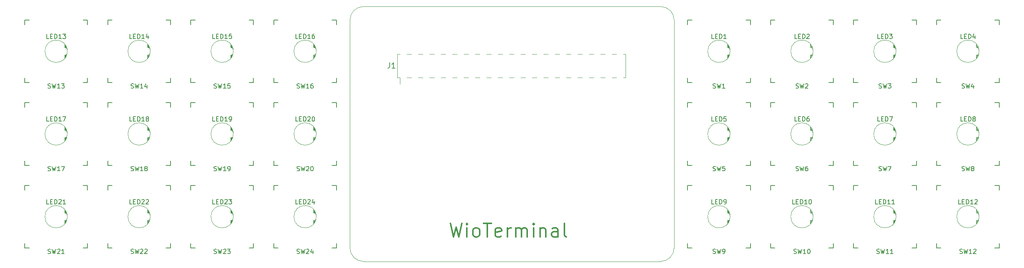
<source format=gto>
G04 #@! TF.FileFunction,Legend,Top*
%FSLAX46Y46*%
G04 Gerber Fmt 4.6, Leading zero omitted, Abs format (unit mm)*
G04 Created by KiCad (PCBNEW 4.0.7) date 09/25/20 21:30:28*
%MOMM*%
%LPD*%
G01*
G04 APERTURE LIST*
%ADD10C,0.200000*%
%ADD11C,0.300000*%
%ADD12C,0.100000*%
%ADD13C,0.120000*%
%ADD14C,0.150000*%
%ADD15O,1.000000X1.500000*%
%ADD16R,1.000000X3.150000*%
%ADD17C,2.000000*%
%ADD18C,2.032000*%
G04 APERTURE END LIST*
D10*
D11*
X155621428Y-138007143D02*
X156335714Y-141007143D01*
X156907143Y-138864286D01*
X157478571Y-141007143D01*
X158192857Y-138007143D01*
X159335714Y-141007143D02*
X159335714Y-139007143D01*
X159335714Y-138007143D02*
X159192857Y-138150000D01*
X159335714Y-138292857D01*
X159478571Y-138150000D01*
X159335714Y-138007143D01*
X159335714Y-138292857D01*
X161192856Y-141007143D02*
X160907142Y-140864286D01*
X160764285Y-140721429D01*
X160621428Y-140435714D01*
X160621428Y-139578571D01*
X160764285Y-139292857D01*
X160907142Y-139150000D01*
X161192856Y-139007143D01*
X161621428Y-139007143D01*
X161907142Y-139150000D01*
X162049999Y-139292857D01*
X162192856Y-139578571D01*
X162192856Y-140435714D01*
X162049999Y-140721429D01*
X161907142Y-140864286D01*
X161621428Y-141007143D01*
X161192856Y-141007143D01*
X163049999Y-138007143D02*
X164764285Y-138007143D01*
X163907142Y-141007143D02*
X163907142Y-138007143D01*
X166907142Y-140864286D02*
X166621428Y-141007143D01*
X166049999Y-141007143D01*
X165764285Y-140864286D01*
X165621428Y-140578571D01*
X165621428Y-139435714D01*
X165764285Y-139150000D01*
X166049999Y-139007143D01*
X166621428Y-139007143D01*
X166907142Y-139150000D01*
X167049999Y-139435714D01*
X167049999Y-139721429D01*
X165621428Y-140007143D01*
X168335714Y-141007143D02*
X168335714Y-139007143D01*
X168335714Y-139578571D02*
X168478571Y-139292857D01*
X168621428Y-139150000D01*
X168907142Y-139007143D01*
X169192857Y-139007143D01*
X170192857Y-141007143D02*
X170192857Y-139007143D01*
X170192857Y-139292857D02*
X170335714Y-139150000D01*
X170621428Y-139007143D01*
X171050000Y-139007143D01*
X171335714Y-139150000D01*
X171478571Y-139435714D01*
X171478571Y-141007143D01*
X171478571Y-139435714D02*
X171621428Y-139150000D01*
X171907142Y-139007143D01*
X172335714Y-139007143D01*
X172621428Y-139150000D01*
X172764285Y-139435714D01*
X172764285Y-141007143D01*
X174192857Y-141007143D02*
X174192857Y-139007143D01*
X174192857Y-138007143D02*
X174050000Y-138150000D01*
X174192857Y-138292857D01*
X174335714Y-138150000D01*
X174192857Y-138007143D01*
X174192857Y-138292857D01*
X175621428Y-139007143D02*
X175621428Y-141007143D01*
X175621428Y-139292857D02*
X175764285Y-139150000D01*
X176049999Y-139007143D01*
X176478571Y-139007143D01*
X176764285Y-139150000D01*
X176907142Y-139435714D01*
X176907142Y-141007143D01*
X179621428Y-141007143D02*
X179621428Y-139435714D01*
X179478571Y-139150000D01*
X179192857Y-139007143D01*
X178621428Y-139007143D01*
X178335714Y-139150000D01*
X179621428Y-140864286D02*
X179335714Y-141007143D01*
X178621428Y-141007143D01*
X178335714Y-140864286D01*
X178192857Y-140578571D01*
X178192857Y-140292857D01*
X178335714Y-140007143D01*
X178621428Y-139864286D01*
X179335714Y-139864286D01*
X179621428Y-139721429D01*
X181478571Y-141007143D02*
X181192857Y-140864286D01*
X181050000Y-140578571D01*
X181050000Y-138007143D01*
D12*
X133250000Y-143500000D02*
G75*
G03X136250000Y-146500000I3000000J0D01*
G01*
X133250000Y-92500000D02*
X133250000Y-143500000D01*
X136250000Y-89500000D02*
G75*
G03X133250000Y-92500000I0J-3000000D01*
G01*
X202500000Y-89500000D02*
X136250000Y-89500000D01*
X205500000Y-92500000D02*
G75*
G03X202500000Y-89500000I-3000000J0D01*
G01*
X205500000Y-143500000D02*
X205500000Y-92500000D01*
X202500000Y-146500000D02*
G75*
G03X205500000Y-143500000I0J3000000D01*
G01*
X136250000Y-146500000D02*
X202500000Y-146500000D01*
X272850000Y-137300000D02*
X272850000Y-138150000D01*
X272850000Y-134850000D02*
X272850000Y-135700000D01*
X272850000Y-135700000D02*
X272900000Y-135700000D01*
X272900000Y-135700000D02*
X272900000Y-134950000D01*
X272850000Y-137300000D02*
X272900000Y-137300000D01*
X272900000Y-137300000D02*
X272900000Y-138050000D01*
X273100000Y-135650000D02*
X273100000Y-135250000D01*
X273100000Y-135250000D02*
X273300000Y-135750000D01*
X273300000Y-135750000D02*
X273150000Y-135650000D01*
X273150000Y-135650000D02*
X273150000Y-135550000D01*
X273100000Y-137800000D02*
X273150000Y-137350000D01*
X273150000Y-137350000D02*
X273300000Y-137300000D01*
X273300000Y-137300000D02*
X273150000Y-137600000D01*
X273050000Y-137350000D02*
X273350000Y-137150000D01*
X272950000Y-135700000D02*
X273350000Y-135800000D01*
X272950000Y-138000000D02*
X272950000Y-137300000D01*
X272950000Y-137300000D02*
X273300000Y-137250000D01*
X272950000Y-135000000D02*
X272950000Y-135700000D01*
X273050000Y-137300000D02*
X273250000Y-137200000D01*
X273250000Y-137200000D02*
X273400000Y-137000000D01*
X273050000Y-135700000D02*
X273250000Y-135800000D01*
X273250000Y-135800000D02*
X273350000Y-135900000D01*
X273350000Y-135900000D02*
X273450000Y-136050000D01*
X273450000Y-136050000D02*
X273450000Y-136000000D01*
X273050000Y-135700000D02*
X273050000Y-135100000D01*
X273050000Y-137900000D02*
X273050000Y-137300000D01*
X273500000Y-136500000D02*
G75*
G03X273500000Y-136500000I-2500000J0D01*
G01*
X254350000Y-137300000D02*
X254350000Y-138150000D01*
X254350000Y-134850000D02*
X254350000Y-135700000D01*
X254350000Y-135700000D02*
X254400000Y-135700000D01*
X254400000Y-135700000D02*
X254400000Y-134950000D01*
X254350000Y-137300000D02*
X254400000Y-137300000D01*
X254400000Y-137300000D02*
X254400000Y-138050000D01*
X254600000Y-135650000D02*
X254600000Y-135250000D01*
X254600000Y-135250000D02*
X254800000Y-135750000D01*
X254800000Y-135750000D02*
X254650000Y-135650000D01*
X254650000Y-135650000D02*
X254650000Y-135550000D01*
X254600000Y-137800000D02*
X254650000Y-137350000D01*
X254650000Y-137350000D02*
X254800000Y-137300000D01*
X254800000Y-137300000D02*
X254650000Y-137600000D01*
X254550000Y-137350000D02*
X254850000Y-137150000D01*
X254450000Y-135700000D02*
X254850000Y-135800000D01*
X254450000Y-138000000D02*
X254450000Y-137300000D01*
X254450000Y-137300000D02*
X254800000Y-137250000D01*
X254450000Y-135000000D02*
X254450000Y-135700000D01*
X254550000Y-137300000D02*
X254750000Y-137200000D01*
X254750000Y-137200000D02*
X254900000Y-137000000D01*
X254550000Y-135700000D02*
X254750000Y-135800000D01*
X254750000Y-135800000D02*
X254850000Y-135900000D01*
X254850000Y-135900000D02*
X254950000Y-136050000D01*
X254950000Y-136050000D02*
X254950000Y-136000000D01*
X254550000Y-135700000D02*
X254550000Y-135100000D01*
X254550000Y-137900000D02*
X254550000Y-137300000D01*
X255000000Y-136500000D02*
G75*
G03X255000000Y-136500000I-2500000J0D01*
G01*
X235850000Y-137300000D02*
X235850000Y-138150000D01*
X235850000Y-134850000D02*
X235850000Y-135700000D01*
X235850000Y-135700000D02*
X235900000Y-135700000D01*
X235900000Y-135700000D02*
X235900000Y-134950000D01*
X235850000Y-137300000D02*
X235900000Y-137300000D01*
X235900000Y-137300000D02*
X235900000Y-138050000D01*
X236100000Y-135650000D02*
X236100000Y-135250000D01*
X236100000Y-135250000D02*
X236300000Y-135750000D01*
X236300000Y-135750000D02*
X236150000Y-135650000D01*
X236150000Y-135650000D02*
X236150000Y-135550000D01*
X236100000Y-137800000D02*
X236150000Y-137350000D01*
X236150000Y-137350000D02*
X236300000Y-137300000D01*
X236300000Y-137300000D02*
X236150000Y-137600000D01*
X236050000Y-137350000D02*
X236350000Y-137150000D01*
X235950000Y-135700000D02*
X236350000Y-135800000D01*
X235950000Y-138000000D02*
X235950000Y-137300000D01*
X235950000Y-137300000D02*
X236300000Y-137250000D01*
X235950000Y-135000000D02*
X235950000Y-135700000D01*
X236050000Y-137300000D02*
X236250000Y-137200000D01*
X236250000Y-137200000D02*
X236400000Y-137000000D01*
X236050000Y-135700000D02*
X236250000Y-135800000D01*
X236250000Y-135800000D02*
X236350000Y-135900000D01*
X236350000Y-135900000D02*
X236450000Y-136050000D01*
X236450000Y-136050000D02*
X236450000Y-136000000D01*
X236050000Y-135700000D02*
X236050000Y-135100000D01*
X236050000Y-137900000D02*
X236050000Y-137300000D01*
X236500000Y-136500000D02*
G75*
G03X236500000Y-136500000I-2500000J0D01*
G01*
X217350000Y-137300000D02*
X217350000Y-138150000D01*
X217350000Y-134850000D02*
X217350000Y-135700000D01*
X217350000Y-135700000D02*
X217400000Y-135700000D01*
X217400000Y-135700000D02*
X217400000Y-134950000D01*
X217350000Y-137300000D02*
X217400000Y-137300000D01*
X217400000Y-137300000D02*
X217400000Y-138050000D01*
X217600000Y-135650000D02*
X217600000Y-135250000D01*
X217600000Y-135250000D02*
X217800000Y-135750000D01*
X217800000Y-135750000D02*
X217650000Y-135650000D01*
X217650000Y-135650000D02*
X217650000Y-135550000D01*
X217600000Y-137800000D02*
X217650000Y-137350000D01*
X217650000Y-137350000D02*
X217800000Y-137300000D01*
X217800000Y-137300000D02*
X217650000Y-137600000D01*
X217550000Y-137350000D02*
X217850000Y-137150000D01*
X217450000Y-135700000D02*
X217850000Y-135800000D01*
X217450000Y-138000000D02*
X217450000Y-137300000D01*
X217450000Y-137300000D02*
X217800000Y-137250000D01*
X217450000Y-135000000D02*
X217450000Y-135700000D01*
X217550000Y-137300000D02*
X217750000Y-137200000D01*
X217750000Y-137200000D02*
X217900000Y-137000000D01*
X217550000Y-135700000D02*
X217750000Y-135800000D01*
X217750000Y-135800000D02*
X217850000Y-135900000D01*
X217850000Y-135900000D02*
X217950000Y-136050000D01*
X217950000Y-136050000D02*
X217950000Y-136000000D01*
X217550000Y-135700000D02*
X217550000Y-135100000D01*
X217550000Y-137900000D02*
X217550000Y-137300000D01*
X218000000Y-136500000D02*
G75*
G03X218000000Y-136500000I-2500000J0D01*
G01*
X272850000Y-118800000D02*
X272850000Y-119650000D01*
X272850000Y-116350000D02*
X272850000Y-117200000D01*
X272850000Y-117200000D02*
X272900000Y-117200000D01*
X272900000Y-117200000D02*
X272900000Y-116450000D01*
X272850000Y-118800000D02*
X272900000Y-118800000D01*
X272900000Y-118800000D02*
X272900000Y-119550000D01*
X273100000Y-117150000D02*
X273100000Y-116750000D01*
X273100000Y-116750000D02*
X273300000Y-117250000D01*
X273300000Y-117250000D02*
X273150000Y-117150000D01*
X273150000Y-117150000D02*
X273150000Y-117050000D01*
X273100000Y-119300000D02*
X273150000Y-118850000D01*
X273150000Y-118850000D02*
X273300000Y-118800000D01*
X273300000Y-118800000D02*
X273150000Y-119100000D01*
X273050000Y-118850000D02*
X273350000Y-118650000D01*
X272950000Y-117200000D02*
X273350000Y-117300000D01*
X272950000Y-119500000D02*
X272950000Y-118800000D01*
X272950000Y-118800000D02*
X273300000Y-118750000D01*
X272950000Y-116500000D02*
X272950000Y-117200000D01*
X273050000Y-118800000D02*
X273250000Y-118700000D01*
X273250000Y-118700000D02*
X273400000Y-118500000D01*
X273050000Y-117200000D02*
X273250000Y-117300000D01*
X273250000Y-117300000D02*
X273350000Y-117400000D01*
X273350000Y-117400000D02*
X273450000Y-117550000D01*
X273450000Y-117550000D02*
X273450000Y-117500000D01*
X273050000Y-117200000D02*
X273050000Y-116600000D01*
X273050000Y-119400000D02*
X273050000Y-118800000D01*
X273500000Y-118000000D02*
G75*
G03X273500000Y-118000000I-2500000J0D01*
G01*
X254350000Y-118800000D02*
X254350000Y-119650000D01*
X254350000Y-116350000D02*
X254350000Y-117200000D01*
X254350000Y-117200000D02*
X254400000Y-117200000D01*
X254400000Y-117200000D02*
X254400000Y-116450000D01*
X254350000Y-118800000D02*
X254400000Y-118800000D01*
X254400000Y-118800000D02*
X254400000Y-119550000D01*
X254600000Y-117150000D02*
X254600000Y-116750000D01*
X254600000Y-116750000D02*
X254800000Y-117250000D01*
X254800000Y-117250000D02*
X254650000Y-117150000D01*
X254650000Y-117150000D02*
X254650000Y-117050000D01*
X254600000Y-119300000D02*
X254650000Y-118850000D01*
X254650000Y-118850000D02*
X254800000Y-118800000D01*
X254800000Y-118800000D02*
X254650000Y-119100000D01*
X254550000Y-118850000D02*
X254850000Y-118650000D01*
X254450000Y-117200000D02*
X254850000Y-117300000D01*
X254450000Y-119500000D02*
X254450000Y-118800000D01*
X254450000Y-118800000D02*
X254800000Y-118750000D01*
X254450000Y-116500000D02*
X254450000Y-117200000D01*
X254550000Y-118800000D02*
X254750000Y-118700000D01*
X254750000Y-118700000D02*
X254900000Y-118500000D01*
X254550000Y-117200000D02*
X254750000Y-117300000D01*
X254750000Y-117300000D02*
X254850000Y-117400000D01*
X254850000Y-117400000D02*
X254950000Y-117550000D01*
X254950000Y-117550000D02*
X254950000Y-117500000D01*
X254550000Y-117200000D02*
X254550000Y-116600000D01*
X254550000Y-119400000D02*
X254550000Y-118800000D01*
X255000000Y-118000000D02*
G75*
G03X255000000Y-118000000I-2500000J0D01*
G01*
X235850000Y-118800000D02*
X235850000Y-119650000D01*
X235850000Y-116350000D02*
X235850000Y-117200000D01*
X235850000Y-117200000D02*
X235900000Y-117200000D01*
X235900000Y-117200000D02*
X235900000Y-116450000D01*
X235850000Y-118800000D02*
X235900000Y-118800000D01*
X235900000Y-118800000D02*
X235900000Y-119550000D01*
X236100000Y-117150000D02*
X236100000Y-116750000D01*
X236100000Y-116750000D02*
X236300000Y-117250000D01*
X236300000Y-117250000D02*
X236150000Y-117150000D01*
X236150000Y-117150000D02*
X236150000Y-117050000D01*
X236100000Y-119300000D02*
X236150000Y-118850000D01*
X236150000Y-118850000D02*
X236300000Y-118800000D01*
X236300000Y-118800000D02*
X236150000Y-119100000D01*
X236050000Y-118850000D02*
X236350000Y-118650000D01*
X235950000Y-117200000D02*
X236350000Y-117300000D01*
X235950000Y-119500000D02*
X235950000Y-118800000D01*
X235950000Y-118800000D02*
X236300000Y-118750000D01*
X235950000Y-116500000D02*
X235950000Y-117200000D01*
X236050000Y-118800000D02*
X236250000Y-118700000D01*
X236250000Y-118700000D02*
X236400000Y-118500000D01*
X236050000Y-117200000D02*
X236250000Y-117300000D01*
X236250000Y-117300000D02*
X236350000Y-117400000D01*
X236350000Y-117400000D02*
X236450000Y-117550000D01*
X236450000Y-117550000D02*
X236450000Y-117500000D01*
X236050000Y-117200000D02*
X236050000Y-116600000D01*
X236050000Y-119400000D02*
X236050000Y-118800000D01*
X236500000Y-118000000D02*
G75*
G03X236500000Y-118000000I-2500000J0D01*
G01*
X217350000Y-118800000D02*
X217350000Y-119650000D01*
X217350000Y-116350000D02*
X217350000Y-117200000D01*
X217350000Y-117200000D02*
X217400000Y-117200000D01*
X217400000Y-117200000D02*
X217400000Y-116450000D01*
X217350000Y-118800000D02*
X217400000Y-118800000D01*
X217400000Y-118800000D02*
X217400000Y-119550000D01*
X217600000Y-117150000D02*
X217600000Y-116750000D01*
X217600000Y-116750000D02*
X217800000Y-117250000D01*
X217800000Y-117250000D02*
X217650000Y-117150000D01*
X217650000Y-117150000D02*
X217650000Y-117050000D01*
X217600000Y-119300000D02*
X217650000Y-118850000D01*
X217650000Y-118850000D02*
X217800000Y-118800000D01*
X217800000Y-118800000D02*
X217650000Y-119100000D01*
X217550000Y-118850000D02*
X217850000Y-118650000D01*
X217450000Y-117200000D02*
X217850000Y-117300000D01*
X217450000Y-119500000D02*
X217450000Y-118800000D01*
X217450000Y-118800000D02*
X217800000Y-118750000D01*
X217450000Y-116500000D02*
X217450000Y-117200000D01*
X217550000Y-118800000D02*
X217750000Y-118700000D01*
X217750000Y-118700000D02*
X217900000Y-118500000D01*
X217550000Y-117200000D02*
X217750000Y-117300000D01*
X217750000Y-117300000D02*
X217850000Y-117400000D01*
X217850000Y-117400000D02*
X217950000Y-117550000D01*
X217950000Y-117550000D02*
X217950000Y-117500000D01*
X217550000Y-117200000D02*
X217550000Y-116600000D01*
X217550000Y-119400000D02*
X217550000Y-118800000D01*
X218000000Y-118000000D02*
G75*
G03X218000000Y-118000000I-2500000J0D01*
G01*
X272850000Y-100300000D02*
X272850000Y-101150000D01*
X272850000Y-97850000D02*
X272850000Y-98700000D01*
X272850000Y-98700000D02*
X272900000Y-98700000D01*
X272900000Y-98700000D02*
X272900000Y-97950000D01*
X272850000Y-100300000D02*
X272900000Y-100300000D01*
X272900000Y-100300000D02*
X272900000Y-101050000D01*
X273100000Y-98650000D02*
X273100000Y-98250000D01*
X273100000Y-98250000D02*
X273300000Y-98750000D01*
X273300000Y-98750000D02*
X273150000Y-98650000D01*
X273150000Y-98650000D02*
X273150000Y-98550000D01*
X273100000Y-100800000D02*
X273150000Y-100350000D01*
X273150000Y-100350000D02*
X273300000Y-100300000D01*
X273300000Y-100300000D02*
X273150000Y-100600000D01*
X273050000Y-100350000D02*
X273350000Y-100150000D01*
X272950000Y-98700000D02*
X273350000Y-98800000D01*
X272950000Y-101000000D02*
X272950000Y-100300000D01*
X272950000Y-100300000D02*
X273300000Y-100250000D01*
X272950000Y-98000000D02*
X272950000Y-98700000D01*
X273050000Y-100300000D02*
X273250000Y-100200000D01*
X273250000Y-100200000D02*
X273400000Y-100000000D01*
X273050000Y-98700000D02*
X273250000Y-98800000D01*
X273250000Y-98800000D02*
X273350000Y-98900000D01*
X273350000Y-98900000D02*
X273450000Y-99050000D01*
X273450000Y-99050000D02*
X273450000Y-99000000D01*
X273050000Y-98700000D02*
X273050000Y-98100000D01*
X273050000Y-100900000D02*
X273050000Y-100300000D01*
X273500000Y-99500000D02*
G75*
G03X273500000Y-99500000I-2500000J0D01*
G01*
X254350000Y-100300000D02*
X254350000Y-101150000D01*
X254350000Y-97850000D02*
X254350000Y-98700000D01*
X254350000Y-98700000D02*
X254400000Y-98700000D01*
X254400000Y-98700000D02*
X254400000Y-97950000D01*
X254350000Y-100300000D02*
X254400000Y-100300000D01*
X254400000Y-100300000D02*
X254400000Y-101050000D01*
X254600000Y-98650000D02*
X254600000Y-98250000D01*
X254600000Y-98250000D02*
X254800000Y-98750000D01*
X254800000Y-98750000D02*
X254650000Y-98650000D01*
X254650000Y-98650000D02*
X254650000Y-98550000D01*
X254600000Y-100800000D02*
X254650000Y-100350000D01*
X254650000Y-100350000D02*
X254800000Y-100300000D01*
X254800000Y-100300000D02*
X254650000Y-100600000D01*
X254550000Y-100350000D02*
X254850000Y-100150000D01*
X254450000Y-98700000D02*
X254850000Y-98800000D01*
X254450000Y-101000000D02*
X254450000Y-100300000D01*
X254450000Y-100300000D02*
X254800000Y-100250000D01*
X254450000Y-98000000D02*
X254450000Y-98700000D01*
X254550000Y-100300000D02*
X254750000Y-100200000D01*
X254750000Y-100200000D02*
X254900000Y-100000000D01*
X254550000Y-98700000D02*
X254750000Y-98800000D01*
X254750000Y-98800000D02*
X254850000Y-98900000D01*
X254850000Y-98900000D02*
X254950000Y-99050000D01*
X254950000Y-99050000D02*
X254950000Y-99000000D01*
X254550000Y-98700000D02*
X254550000Y-98100000D01*
X254550000Y-100900000D02*
X254550000Y-100300000D01*
X255000000Y-99500000D02*
G75*
G03X255000000Y-99500000I-2500000J0D01*
G01*
X235850000Y-100300000D02*
X235850000Y-101150000D01*
X235850000Y-97850000D02*
X235850000Y-98700000D01*
X235850000Y-98700000D02*
X235900000Y-98700000D01*
X235900000Y-98700000D02*
X235900000Y-97950000D01*
X235850000Y-100300000D02*
X235900000Y-100300000D01*
X235900000Y-100300000D02*
X235900000Y-101050000D01*
X236100000Y-98650000D02*
X236100000Y-98250000D01*
X236100000Y-98250000D02*
X236300000Y-98750000D01*
X236300000Y-98750000D02*
X236150000Y-98650000D01*
X236150000Y-98650000D02*
X236150000Y-98550000D01*
X236100000Y-100800000D02*
X236150000Y-100350000D01*
X236150000Y-100350000D02*
X236300000Y-100300000D01*
X236300000Y-100300000D02*
X236150000Y-100600000D01*
X236050000Y-100350000D02*
X236350000Y-100150000D01*
X235950000Y-98700000D02*
X236350000Y-98800000D01*
X235950000Y-101000000D02*
X235950000Y-100300000D01*
X235950000Y-100300000D02*
X236300000Y-100250000D01*
X235950000Y-98000000D02*
X235950000Y-98700000D01*
X236050000Y-100300000D02*
X236250000Y-100200000D01*
X236250000Y-100200000D02*
X236400000Y-100000000D01*
X236050000Y-98700000D02*
X236250000Y-98800000D01*
X236250000Y-98800000D02*
X236350000Y-98900000D01*
X236350000Y-98900000D02*
X236450000Y-99050000D01*
X236450000Y-99050000D02*
X236450000Y-99000000D01*
X236050000Y-98700000D02*
X236050000Y-98100000D01*
X236050000Y-100900000D02*
X236050000Y-100300000D01*
X236500000Y-99500000D02*
G75*
G03X236500000Y-99500000I-2500000J0D01*
G01*
X217350000Y-100300000D02*
X217350000Y-101150000D01*
X217350000Y-97850000D02*
X217350000Y-98700000D01*
X217350000Y-98700000D02*
X217400000Y-98700000D01*
X217400000Y-98700000D02*
X217400000Y-97950000D01*
X217350000Y-100300000D02*
X217400000Y-100300000D01*
X217400000Y-100300000D02*
X217400000Y-101050000D01*
X217600000Y-98650000D02*
X217600000Y-98250000D01*
X217600000Y-98250000D02*
X217800000Y-98750000D01*
X217800000Y-98750000D02*
X217650000Y-98650000D01*
X217650000Y-98650000D02*
X217650000Y-98550000D01*
X217600000Y-100800000D02*
X217650000Y-100350000D01*
X217650000Y-100350000D02*
X217800000Y-100300000D01*
X217800000Y-100300000D02*
X217650000Y-100600000D01*
X217550000Y-100350000D02*
X217850000Y-100150000D01*
X217450000Y-98700000D02*
X217850000Y-98800000D01*
X217450000Y-101000000D02*
X217450000Y-100300000D01*
X217450000Y-100300000D02*
X217800000Y-100250000D01*
X217450000Y-98000000D02*
X217450000Y-98700000D01*
X217550000Y-100300000D02*
X217750000Y-100200000D01*
X217750000Y-100200000D02*
X217900000Y-100000000D01*
X217550000Y-98700000D02*
X217750000Y-98800000D01*
X217750000Y-98800000D02*
X217850000Y-98900000D01*
X217850000Y-98900000D02*
X217950000Y-99050000D01*
X217950000Y-99050000D02*
X217950000Y-99000000D01*
X217550000Y-98700000D02*
X217550000Y-98100000D01*
X217550000Y-100900000D02*
X217550000Y-100300000D01*
X218000000Y-99500000D02*
G75*
G03X218000000Y-99500000I-2500000J0D01*
G01*
D13*
X143790000Y-105350000D02*
X143790000Y-100150000D01*
X194710000Y-105350000D02*
X194710000Y-100150000D01*
X144360000Y-106790000D02*
X144360000Y-105350000D01*
X143790000Y-105350000D02*
X144360000Y-105350000D01*
X143790000Y-100150000D02*
X144360000Y-100150000D01*
X194140000Y-105350000D02*
X194710000Y-105350000D01*
X194140000Y-100150000D02*
X194710000Y-100150000D01*
X145880000Y-105350000D02*
X146900000Y-105350000D01*
X145880000Y-100150000D02*
X146900000Y-100150000D01*
X148420000Y-105350000D02*
X149440000Y-105350000D01*
X148420000Y-100150000D02*
X149440000Y-100150000D01*
X150960000Y-105350000D02*
X151980000Y-105350000D01*
X150960000Y-100150000D02*
X151980000Y-100150000D01*
X153500000Y-105350000D02*
X154520000Y-105350000D01*
X153500000Y-100150000D02*
X154520000Y-100150000D01*
X156040000Y-105350000D02*
X157060000Y-105350000D01*
X156040000Y-100150000D02*
X157060000Y-100150000D01*
X158580000Y-105350000D02*
X159600000Y-105350000D01*
X158580000Y-100150000D02*
X159600000Y-100150000D01*
X161120000Y-105350000D02*
X162140000Y-105350000D01*
X161120000Y-100150000D02*
X162140000Y-100150000D01*
X163660000Y-105350000D02*
X164680000Y-105350000D01*
X163660000Y-100150000D02*
X164680000Y-100150000D01*
X166200000Y-105350000D02*
X167220000Y-105350000D01*
X166200000Y-100150000D02*
X167220000Y-100150000D01*
X168740000Y-105350000D02*
X169760000Y-105350000D01*
X168740000Y-100150000D02*
X169760000Y-100150000D01*
X171280000Y-105350000D02*
X172300000Y-105350000D01*
X171280000Y-100150000D02*
X172300000Y-100150000D01*
X173820000Y-105350000D02*
X174840000Y-105350000D01*
X173820000Y-100150000D02*
X174840000Y-100150000D01*
X176360000Y-105350000D02*
X177380000Y-105350000D01*
X176360000Y-100150000D02*
X177380000Y-100150000D01*
X178900000Y-105350000D02*
X179920000Y-105350000D01*
X178900000Y-100150000D02*
X179920000Y-100150000D01*
X181440000Y-105350000D02*
X182460000Y-105350000D01*
X181440000Y-100150000D02*
X182460000Y-100150000D01*
X183980000Y-105350000D02*
X185000000Y-105350000D01*
X183980000Y-100150000D02*
X185000000Y-100150000D01*
X186520000Y-105350000D02*
X187540000Y-105350000D01*
X186520000Y-100150000D02*
X187540000Y-100150000D01*
X189060000Y-105350000D02*
X190080000Y-105350000D01*
X189060000Y-100150000D02*
X190080000Y-100150000D01*
X191600000Y-105350000D02*
X192620000Y-105350000D01*
X191600000Y-100150000D02*
X192620000Y-100150000D01*
D12*
X69600000Y-100300000D02*
X69600000Y-101150000D01*
X69600000Y-97850000D02*
X69600000Y-98700000D01*
X69600000Y-98700000D02*
X69650000Y-98700000D01*
X69650000Y-98700000D02*
X69650000Y-97950000D01*
X69600000Y-100300000D02*
X69650000Y-100300000D01*
X69650000Y-100300000D02*
X69650000Y-101050000D01*
X69850000Y-98650000D02*
X69850000Y-98250000D01*
X69850000Y-98250000D02*
X70050000Y-98750000D01*
X70050000Y-98750000D02*
X69900000Y-98650000D01*
X69900000Y-98650000D02*
X69900000Y-98550000D01*
X69850000Y-100800000D02*
X69900000Y-100350000D01*
X69900000Y-100350000D02*
X70050000Y-100300000D01*
X70050000Y-100300000D02*
X69900000Y-100600000D01*
X69800000Y-100350000D02*
X70100000Y-100150000D01*
X69700000Y-98700000D02*
X70100000Y-98800000D01*
X69700000Y-101000000D02*
X69700000Y-100300000D01*
X69700000Y-100300000D02*
X70050000Y-100250000D01*
X69700000Y-98000000D02*
X69700000Y-98700000D01*
X69800000Y-100300000D02*
X70000000Y-100200000D01*
X70000000Y-100200000D02*
X70150000Y-100000000D01*
X69800000Y-98700000D02*
X70000000Y-98800000D01*
X70000000Y-98800000D02*
X70100000Y-98900000D01*
X70100000Y-98900000D02*
X70200000Y-99050000D01*
X70200000Y-99050000D02*
X70200000Y-99000000D01*
X69800000Y-98700000D02*
X69800000Y-98100000D01*
X69800000Y-100900000D02*
X69800000Y-100300000D01*
X70250000Y-99500000D02*
G75*
G03X70250000Y-99500000I-2500000J0D01*
G01*
X88100000Y-100300000D02*
X88100000Y-101150000D01*
X88100000Y-97850000D02*
X88100000Y-98700000D01*
X88100000Y-98700000D02*
X88150000Y-98700000D01*
X88150000Y-98700000D02*
X88150000Y-97950000D01*
X88100000Y-100300000D02*
X88150000Y-100300000D01*
X88150000Y-100300000D02*
X88150000Y-101050000D01*
X88350000Y-98650000D02*
X88350000Y-98250000D01*
X88350000Y-98250000D02*
X88550000Y-98750000D01*
X88550000Y-98750000D02*
X88400000Y-98650000D01*
X88400000Y-98650000D02*
X88400000Y-98550000D01*
X88350000Y-100800000D02*
X88400000Y-100350000D01*
X88400000Y-100350000D02*
X88550000Y-100300000D01*
X88550000Y-100300000D02*
X88400000Y-100600000D01*
X88300000Y-100350000D02*
X88600000Y-100150000D01*
X88200000Y-98700000D02*
X88600000Y-98800000D01*
X88200000Y-101000000D02*
X88200000Y-100300000D01*
X88200000Y-100300000D02*
X88550000Y-100250000D01*
X88200000Y-98000000D02*
X88200000Y-98700000D01*
X88300000Y-100300000D02*
X88500000Y-100200000D01*
X88500000Y-100200000D02*
X88650000Y-100000000D01*
X88300000Y-98700000D02*
X88500000Y-98800000D01*
X88500000Y-98800000D02*
X88600000Y-98900000D01*
X88600000Y-98900000D02*
X88700000Y-99050000D01*
X88700000Y-99050000D02*
X88700000Y-99000000D01*
X88300000Y-98700000D02*
X88300000Y-98100000D01*
X88300000Y-100900000D02*
X88300000Y-100300000D01*
X88750000Y-99500000D02*
G75*
G03X88750000Y-99500000I-2500000J0D01*
G01*
X106600000Y-100300000D02*
X106600000Y-101150000D01*
X106600000Y-97850000D02*
X106600000Y-98700000D01*
X106600000Y-98700000D02*
X106650000Y-98700000D01*
X106650000Y-98700000D02*
X106650000Y-97950000D01*
X106600000Y-100300000D02*
X106650000Y-100300000D01*
X106650000Y-100300000D02*
X106650000Y-101050000D01*
X106850000Y-98650000D02*
X106850000Y-98250000D01*
X106850000Y-98250000D02*
X107050000Y-98750000D01*
X107050000Y-98750000D02*
X106900000Y-98650000D01*
X106900000Y-98650000D02*
X106900000Y-98550000D01*
X106850000Y-100800000D02*
X106900000Y-100350000D01*
X106900000Y-100350000D02*
X107050000Y-100300000D01*
X107050000Y-100300000D02*
X106900000Y-100600000D01*
X106800000Y-100350000D02*
X107100000Y-100150000D01*
X106700000Y-98700000D02*
X107100000Y-98800000D01*
X106700000Y-101000000D02*
X106700000Y-100300000D01*
X106700000Y-100300000D02*
X107050000Y-100250000D01*
X106700000Y-98000000D02*
X106700000Y-98700000D01*
X106800000Y-100300000D02*
X107000000Y-100200000D01*
X107000000Y-100200000D02*
X107150000Y-100000000D01*
X106800000Y-98700000D02*
X107000000Y-98800000D01*
X107000000Y-98800000D02*
X107100000Y-98900000D01*
X107100000Y-98900000D02*
X107200000Y-99050000D01*
X107200000Y-99050000D02*
X107200000Y-99000000D01*
X106800000Y-98700000D02*
X106800000Y-98100000D01*
X106800000Y-100900000D02*
X106800000Y-100300000D01*
X107250000Y-99500000D02*
G75*
G03X107250000Y-99500000I-2500000J0D01*
G01*
X125100000Y-100300000D02*
X125100000Y-101150000D01*
X125100000Y-97850000D02*
X125100000Y-98700000D01*
X125100000Y-98700000D02*
X125150000Y-98700000D01*
X125150000Y-98700000D02*
X125150000Y-97950000D01*
X125100000Y-100300000D02*
X125150000Y-100300000D01*
X125150000Y-100300000D02*
X125150000Y-101050000D01*
X125350000Y-98650000D02*
X125350000Y-98250000D01*
X125350000Y-98250000D02*
X125550000Y-98750000D01*
X125550000Y-98750000D02*
X125400000Y-98650000D01*
X125400000Y-98650000D02*
X125400000Y-98550000D01*
X125350000Y-100800000D02*
X125400000Y-100350000D01*
X125400000Y-100350000D02*
X125550000Y-100300000D01*
X125550000Y-100300000D02*
X125400000Y-100600000D01*
X125300000Y-100350000D02*
X125600000Y-100150000D01*
X125200000Y-98700000D02*
X125600000Y-98800000D01*
X125200000Y-101000000D02*
X125200000Y-100300000D01*
X125200000Y-100300000D02*
X125550000Y-100250000D01*
X125200000Y-98000000D02*
X125200000Y-98700000D01*
X125300000Y-100300000D02*
X125500000Y-100200000D01*
X125500000Y-100200000D02*
X125650000Y-100000000D01*
X125300000Y-98700000D02*
X125500000Y-98800000D01*
X125500000Y-98800000D02*
X125600000Y-98900000D01*
X125600000Y-98900000D02*
X125700000Y-99050000D01*
X125700000Y-99050000D02*
X125700000Y-99000000D01*
X125300000Y-98700000D02*
X125300000Y-98100000D01*
X125300000Y-100900000D02*
X125300000Y-100300000D01*
X125750000Y-99500000D02*
G75*
G03X125750000Y-99500000I-2500000J0D01*
G01*
X69600000Y-118800000D02*
X69600000Y-119650000D01*
X69600000Y-116350000D02*
X69600000Y-117200000D01*
X69600000Y-117200000D02*
X69650000Y-117200000D01*
X69650000Y-117200000D02*
X69650000Y-116450000D01*
X69600000Y-118800000D02*
X69650000Y-118800000D01*
X69650000Y-118800000D02*
X69650000Y-119550000D01*
X69850000Y-117150000D02*
X69850000Y-116750000D01*
X69850000Y-116750000D02*
X70050000Y-117250000D01*
X70050000Y-117250000D02*
X69900000Y-117150000D01*
X69900000Y-117150000D02*
X69900000Y-117050000D01*
X69850000Y-119300000D02*
X69900000Y-118850000D01*
X69900000Y-118850000D02*
X70050000Y-118800000D01*
X70050000Y-118800000D02*
X69900000Y-119100000D01*
X69800000Y-118850000D02*
X70100000Y-118650000D01*
X69700000Y-117200000D02*
X70100000Y-117300000D01*
X69700000Y-119500000D02*
X69700000Y-118800000D01*
X69700000Y-118800000D02*
X70050000Y-118750000D01*
X69700000Y-116500000D02*
X69700000Y-117200000D01*
X69800000Y-118800000D02*
X70000000Y-118700000D01*
X70000000Y-118700000D02*
X70150000Y-118500000D01*
X69800000Y-117200000D02*
X70000000Y-117300000D01*
X70000000Y-117300000D02*
X70100000Y-117400000D01*
X70100000Y-117400000D02*
X70200000Y-117550000D01*
X70200000Y-117550000D02*
X70200000Y-117500000D01*
X69800000Y-117200000D02*
X69800000Y-116600000D01*
X69800000Y-119400000D02*
X69800000Y-118800000D01*
X70250000Y-118000000D02*
G75*
G03X70250000Y-118000000I-2500000J0D01*
G01*
X88100000Y-118800000D02*
X88100000Y-119650000D01*
X88100000Y-116350000D02*
X88100000Y-117200000D01*
X88100000Y-117200000D02*
X88150000Y-117200000D01*
X88150000Y-117200000D02*
X88150000Y-116450000D01*
X88100000Y-118800000D02*
X88150000Y-118800000D01*
X88150000Y-118800000D02*
X88150000Y-119550000D01*
X88350000Y-117150000D02*
X88350000Y-116750000D01*
X88350000Y-116750000D02*
X88550000Y-117250000D01*
X88550000Y-117250000D02*
X88400000Y-117150000D01*
X88400000Y-117150000D02*
X88400000Y-117050000D01*
X88350000Y-119300000D02*
X88400000Y-118850000D01*
X88400000Y-118850000D02*
X88550000Y-118800000D01*
X88550000Y-118800000D02*
X88400000Y-119100000D01*
X88300000Y-118850000D02*
X88600000Y-118650000D01*
X88200000Y-117200000D02*
X88600000Y-117300000D01*
X88200000Y-119500000D02*
X88200000Y-118800000D01*
X88200000Y-118800000D02*
X88550000Y-118750000D01*
X88200000Y-116500000D02*
X88200000Y-117200000D01*
X88300000Y-118800000D02*
X88500000Y-118700000D01*
X88500000Y-118700000D02*
X88650000Y-118500000D01*
X88300000Y-117200000D02*
X88500000Y-117300000D01*
X88500000Y-117300000D02*
X88600000Y-117400000D01*
X88600000Y-117400000D02*
X88700000Y-117550000D01*
X88700000Y-117550000D02*
X88700000Y-117500000D01*
X88300000Y-117200000D02*
X88300000Y-116600000D01*
X88300000Y-119400000D02*
X88300000Y-118800000D01*
X88750000Y-118000000D02*
G75*
G03X88750000Y-118000000I-2500000J0D01*
G01*
X106600000Y-118800000D02*
X106600000Y-119650000D01*
X106600000Y-116350000D02*
X106600000Y-117200000D01*
X106600000Y-117200000D02*
X106650000Y-117200000D01*
X106650000Y-117200000D02*
X106650000Y-116450000D01*
X106600000Y-118800000D02*
X106650000Y-118800000D01*
X106650000Y-118800000D02*
X106650000Y-119550000D01*
X106850000Y-117150000D02*
X106850000Y-116750000D01*
X106850000Y-116750000D02*
X107050000Y-117250000D01*
X107050000Y-117250000D02*
X106900000Y-117150000D01*
X106900000Y-117150000D02*
X106900000Y-117050000D01*
X106850000Y-119300000D02*
X106900000Y-118850000D01*
X106900000Y-118850000D02*
X107050000Y-118800000D01*
X107050000Y-118800000D02*
X106900000Y-119100000D01*
X106800000Y-118850000D02*
X107100000Y-118650000D01*
X106700000Y-117200000D02*
X107100000Y-117300000D01*
X106700000Y-119500000D02*
X106700000Y-118800000D01*
X106700000Y-118800000D02*
X107050000Y-118750000D01*
X106700000Y-116500000D02*
X106700000Y-117200000D01*
X106800000Y-118800000D02*
X107000000Y-118700000D01*
X107000000Y-118700000D02*
X107150000Y-118500000D01*
X106800000Y-117200000D02*
X107000000Y-117300000D01*
X107000000Y-117300000D02*
X107100000Y-117400000D01*
X107100000Y-117400000D02*
X107200000Y-117550000D01*
X107200000Y-117550000D02*
X107200000Y-117500000D01*
X106800000Y-117200000D02*
X106800000Y-116600000D01*
X106800000Y-119400000D02*
X106800000Y-118800000D01*
X107250000Y-118000000D02*
G75*
G03X107250000Y-118000000I-2500000J0D01*
G01*
X125100000Y-118800000D02*
X125100000Y-119650000D01*
X125100000Y-116350000D02*
X125100000Y-117200000D01*
X125100000Y-117200000D02*
X125150000Y-117200000D01*
X125150000Y-117200000D02*
X125150000Y-116450000D01*
X125100000Y-118800000D02*
X125150000Y-118800000D01*
X125150000Y-118800000D02*
X125150000Y-119550000D01*
X125350000Y-117150000D02*
X125350000Y-116750000D01*
X125350000Y-116750000D02*
X125550000Y-117250000D01*
X125550000Y-117250000D02*
X125400000Y-117150000D01*
X125400000Y-117150000D02*
X125400000Y-117050000D01*
X125350000Y-119300000D02*
X125400000Y-118850000D01*
X125400000Y-118850000D02*
X125550000Y-118800000D01*
X125550000Y-118800000D02*
X125400000Y-119100000D01*
X125300000Y-118850000D02*
X125600000Y-118650000D01*
X125200000Y-117200000D02*
X125600000Y-117300000D01*
X125200000Y-119500000D02*
X125200000Y-118800000D01*
X125200000Y-118800000D02*
X125550000Y-118750000D01*
X125200000Y-116500000D02*
X125200000Y-117200000D01*
X125300000Y-118800000D02*
X125500000Y-118700000D01*
X125500000Y-118700000D02*
X125650000Y-118500000D01*
X125300000Y-117200000D02*
X125500000Y-117300000D01*
X125500000Y-117300000D02*
X125600000Y-117400000D01*
X125600000Y-117400000D02*
X125700000Y-117550000D01*
X125700000Y-117550000D02*
X125700000Y-117500000D01*
X125300000Y-117200000D02*
X125300000Y-116600000D01*
X125300000Y-119400000D02*
X125300000Y-118800000D01*
X125750000Y-118000000D02*
G75*
G03X125750000Y-118000000I-2500000J0D01*
G01*
X69600000Y-137300000D02*
X69600000Y-138150000D01*
X69600000Y-134850000D02*
X69600000Y-135700000D01*
X69600000Y-135700000D02*
X69650000Y-135700000D01*
X69650000Y-135700000D02*
X69650000Y-134950000D01*
X69600000Y-137300000D02*
X69650000Y-137300000D01*
X69650000Y-137300000D02*
X69650000Y-138050000D01*
X69850000Y-135650000D02*
X69850000Y-135250000D01*
X69850000Y-135250000D02*
X70050000Y-135750000D01*
X70050000Y-135750000D02*
X69900000Y-135650000D01*
X69900000Y-135650000D02*
X69900000Y-135550000D01*
X69850000Y-137800000D02*
X69900000Y-137350000D01*
X69900000Y-137350000D02*
X70050000Y-137300000D01*
X70050000Y-137300000D02*
X69900000Y-137600000D01*
X69800000Y-137350000D02*
X70100000Y-137150000D01*
X69700000Y-135700000D02*
X70100000Y-135800000D01*
X69700000Y-138000000D02*
X69700000Y-137300000D01*
X69700000Y-137300000D02*
X70050000Y-137250000D01*
X69700000Y-135000000D02*
X69700000Y-135700000D01*
X69800000Y-137300000D02*
X70000000Y-137200000D01*
X70000000Y-137200000D02*
X70150000Y-137000000D01*
X69800000Y-135700000D02*
X70000000Y-135800000D01*
X70000000Y-135800000D02*
X70100000Y-135900000D01*
X70100000Y-135900000D02*
X70200000Y-136050000D01*
X70200000Y-136050000D02*
X70200000Y-136000000D01*
X69800000Y-135700000D02*
X69800000Y-135100000D01*
X69800000Y-137900000D02*
X69800000Y-137300000D01*
X70250000Y-136500000D02*
G75*
G03X70250000Y-136500000I-2500000J0D01*
G01*
X88100000Y-137300000D02*
X88100000Y-138150000D01*
X88100000Y-134850000D02*
X88100000Y-135700000D01*
X88100000Y-135700000D02*
X88150000Y-135700000D01*
X88150000Y-135700000D02*
X88150000Y-134950000D01*
X88100000Y-137300000D02*
X88150000Y-137300000D01*
X88150000Y-137300000D02*
X88150000Y-138050000D01*
X88350000Y-135650000D02*
X88350000Y-135250000D01*
X88350000Y-135250000D02*
X88550000Y-135750000D01*
X88550000Y-135750000D02*
X88400000Y-135650000D01*
X88400000Y-135650000D02*
X88400000Y-135550000D01*
X88350000Y-137800000D02*
X88400000Y-137350000D01*
X88400000Y-137350000D02*
X88550000Y-137300000D01*
X88550000Y-137300000D02*
X88400000Y-137600000D01*
X88300000Y-137350000D02*
X88600000Y-137150000D01*
X88200000Y-135700000D02*
X88600000Y-135800000D01*
X88200000Y-138000000D02*
X88200000Y-137300000D01*
X88200000Y-137300000D02*
X88550000Y-137250000D01*
X88200000Y-135000000D02*
X88200000Y-135700000D01*
X88300000Y-137300000D02*
X88500000Y-137200000D01*
X88500000Y-137200000D02*
X88650000Y-137000000D01*
X88300000Y-135700000D02*
X88500000Y-135800000D01*
X88500000Y-135800000D02*
X88600000Y-135900000D01*
X88600000Y-135900000D02*
X88700000Y-136050000D01*
X88700000Y-136050000D02*
X88700000Y-136000000D01*
X88300000Y-135700000D02*
X88300000Y-135100000D01*
X88300000Y-137900000D02*
X88300000Y-137300000D01*
X88750000Y-136500000D02*
G75*
G03X88750000Y-136500000I-2500000J0D01*
G01*
X106600000Y-137300000D02*
X106600000Y-138150000D01*
X106600000Y-134850000D02*
X106600000Y-135700000D01*
X106600000Y-135700000D02*
X106650000Y-135700000D01*
X106650000Y-135700000D02*
X106650000Y-134950000D01*
X106600000Y-137300000D02*
X106650000Y-137300000D01*
X106650000Y-137300000D02*
X106650000Y-138050000D01*
X106850000Y-135650000D02*
X106850000Y-135250000D01*
X106850000Y-135250000D02*
X107050000Y-135750000D01*
X107050000Y-135750000D02*
X106900000Y-135650000D01*
X106900000Y-135650000D02*
X106900000Y-135550000D01*
X106850000Y-137800000D02*
X106900000Y-137350000D01*
X106900000Y-137350000D02*
X107050000Y-137300000D01*
X107050000Y-137300000D02*
X106900000Y-137600000D01*
X106800000Y-137350000D02*
X107100000Y-137150000D01*
X106700000Y-135700000D02*
X107100000Y-135800000D01*
X106700000Y-138000000D02*
X106700000Y-137300000D01*
X106700000Y-137300000D02*
X107050000Y-137250000D01*
X106700000Y-135000000D02*
X106700000Y-135700000D01*
X106800000Y-137300000D02*
X107000000Y-137200000D01*
X107000000Y-137200000D02*
X107150000Y-137000000D01*
X106800000Y-135700000D02*
X107000000Y-135800000D01*
X107000000Y-135800000D02*
X107100000Y-135900000D01*
X107100000Y-135900000D02*
X107200000Y-136050000D01*
X107200000Y-136050000D02*
X107200000Y-136000000D01*
X106800000Y-135700000D02*
X106800000Y-135100000D01*
X106800000Y-137900000D02*
X106800000Y-137300000D01*
X107250000Y-136500000D02*
G75*
G03X107250000Y-136500000I-2500000J0D01*
G01*
X125100000Y-137300000D02*
X125100000Y-138150000D01*
X125100000Y-134850000D02*
X125100000Y-135700000D01*
X125100000Y-135700000D02*
X125150000Y-135700000D01*
X125150000Y-135700000D02*
X125150000Y-134950000D01*
X125100000Y-137300000D02*
X125150000Y-137300000D01*
X125150000Y-137300000D02*
X125150000Y-138050000D01*
X125350000Y-135650000D02*
X125350000Y-135250000D01*
X125350000Y-135250000D02*
X125550000Y-135750000D01*
X125550000Y-135750000D02*
X125400000Y-135650000D01*
X125400000Y-135650000D02*
X125400000Y-135550000D01*
X125350000Y-137800000D02*
X125400000Y-137350000D01*
X125400000Y-137350000D02*
X125550000Y-137300000D01*
X125550000Y-137300000D02*
X125400000Y-137600000D01*
X125300000Y-137350000D02*
X125600000Y-137150000D01*
X125200000Y-135700000D02*
X125600000Y-135800000D01*
X125200000Y-138000000D02*
X125200000Y-137300000D01*
X125200000Y-137300000D02*
X125550000Y-137250000D01*
X125200000Y-135000000D02*
X125200000Y-135700000D01*
X125300000Y-137300000D02*
X125500000Y-137200000D01*
X125500000Y-137200000D02*
X125650000Y-137000000D01*
X125300000Y-135700000D02*
X125500000Y-135800000D01*
X125500000Y-135800000D02*
X125600000Y-135900000D01*
X125600000Y-135900000D02*
X125700000Y-136050000D01*
X125700000Y-136050000D02*
X125700000Y-136000000D01*
X125300000Y-135700000D02*
X125300000Y-135100000D01*
X125300000Y-137900000D02*
X125300000Y-137300000D01*
X125750000Y-136500000D02*
G75*
G03X125750000Y-136500000I-2500000J0D01*
G01*
D14*
X74750000Y-93500000D02*
X74750000Y-92500000D01*
X74750000Y-92500000D02*
X73750000Y-92500000D01*
X73750000Y-106500000D02*
X74750000Y-106500000D01*
X74750000Y-106500000D02*
X74750000Y-105500000D01*
X60750000Y-105500000D02*
X60750000Y-106500000D01*
X60750000Y-106500000D02*
X61750000Y-106500000D01*
X61750000Y-92500000D02*
X60750000Y-92500000D01*
X60750000Y-92500000D02*
X60750000Y-93500000D01*
X222500000Y-93500000D02*
X222500000Y-92500000D01*
X222500000Y-92500000D02*
X221500000Y-92500000D01*
X221500000Y-106500000D02*
X222500000Y-106500000D01*
X222500000Y-106500000D02*
X222500000Y-105500000D01*
X208500000Y-105500000D02*
X208500000Y-106500000D01*
X208500000Y-106500000D02*
X209500000Y-106500000D01*
X209500000Y-92500000D02*
X208500000Y-92500000D01*
X208500000Y-92500000D02*
X208500000Y-93500000D01*
X241000000Y-93500000D02*
X241000000Y-92500000D01*
X241000000Y-92500000D02*
X240000000Y-92500000D01*
X240000000Y-106500000D02*
X241000000Y-106500000D01*
X241000000Y-106500000D02*
X241000000Y-105500000D01*
X227000000Y-105500000D02*
X227000000Y-106500000D01*
X227000000Y-106500000D02*
X228000000Y-106500000D01*
X228000000Y-92500000D02*
X227000000Y-92500000D01*
X227000000Y-92500000D02*
X227000000Y-93500000D01*
X259500000Y-93500000D02*
X259500000Y-92500000D01*
X259500000Y-92500000D02*
X258500000Y-92500000D01*
X258500000Y-106500000D02*
X259500000Y-106500000D01*
X259500000Y-106500000D02*
X259500000Y-105500000D01*
X245500000Y-105500000D02*
X245500000Y-106500000D01*
X245500000Y-106500000D02*
X246500000Y-106500000D01*
X246500000Y-92500000D02*
X245500000Y-92500000D01*
X245500000Y-92500000D02*
X245500000Y-93500000D01*
X278000000Y-93500000D02*
X278000000Y-92500000D01*
X278000000Y-92500000D02*
X277000000Y-92500000D01*
X277000000Y-106500000D02*
X278000000Y-106500000D01*
X278000000Y-106500000D02*
X278000000Y-105500000D01*
X264000000Y-105500000D02*
X264000000Y-106500000D01*
X264000000Y-106500000D02*
X265000000Y-106500000D01*
X265000000Y-92500000D02*
X264000000Y-92500000D01*
X264000000Y-92500000D02*
X264000000Y-93500000D01*
X222500000Y-112000000D02*
X222500000Y-111000000D01*
X222500000Y-111000000D02*
X221500000Y-111000000D01*
X221500000Y-125000000D02*
X222500000Y-125000000D01*
X222500000Y-125000000D02*
X222500000Y-124000000D01*
X208500000Y-124000000D02*
X208500000Y-125000000D01*
X208500000Y-125000000D02*
X209500000Y-125000000D01*
X209500000Y-111000000D02*
X208500000Y-111000000D01*
X208500000Y-111000000D02*
X208500000Y-112000000D01*
X241000000Y-112000000D02*
X241000000Y-111000000D01*
X241000000Y-111000000D02*
X240000000Y-111000000D01*
X240000000Y-125000000D02*
X241000000Y-125000000D01*
X241000000Y-125000000D02*
X241000000Y-124000000D01*
X227000000Y-124000000D02*
X227000000Y-125000000D01*
X227000000Y-125000000D02*
X228000000Y-125000000D01*
X228000000Y-111000000D02*
X227000000Y-111000000D01*
X227000000Y-111000000D02*
X227000000Y-112000000D01*
X259500000Y-112000000D02*
X259500000Y-111000000D01*
X259500000Y-111000000D02*
X258500000Y-111000000D01*
X258500000Y-125000000D02*
X259500000Y-125000000D01*
X259500000Y-125000000D02*
X259500000Y-124000000D01*
X245500000Y-124000000D02*
X245500000Y-125000000D01*
X245500000Y-125000000D02*
X246500000Y-125000000D01*
X246500000Y-111000000D02*
X245500000Y-111000000D01*
X245500000Y-111000000D02*
X245500000Y-112000000D01*
X278000000Y-112000000D02*
X278000000Y-111000000D01*
X278000000Y-111000000D02*
X277000000Y-111000000D01*
X277000000Y-125000000D02*
X278000000Y-125000000D01*
X278000000Y-125000000D02*
X278000000Y-124000000D01*
X264000000Y-124000000D02*
X264000000Y-125000000D01*
X264000000Y-125000000D02*
X265000000Y-125000000D01*
X265000000Y-111000000D02*
X264000000Y-111000000D01*
X264000000Y-111000000D02*
X264000000Y-112000000D01*
X222500000Y-130500000D02*
X222500000Y-129500000D01*
X222500000Y-129500000D02*
X221500000Y-129500000D01*
X221500000Y-143500000D02*
X222500000Y-143500000D01*
X222500000Y-143500000D02*
X222500000Y-142500000D01*
X208500000Y-142500000D02*
X208500000Y-143500000D01*
X208500000Y-143500000D02*
X209500000Y-143500000D01*
X209500000Y-129500000D02*
X208500000Y-129500000D01*
X208500000Y-129500000D02*
X208500000Y-130500000D01*
X241000000Y-130500000D02*
X241000000Y-129500000D01*
X241000000Y-129500000D02*
X240000000Y-129500000D01*
X240000000Y-143500000D02*
X241000000Y-143500000D01*
X241000000Y-143500000D02*
X241000000Y-142500000D01*
X227000000Y-142500000D02*
X227000000Y-143500000D01*
X227000000Y-143500000D02*
X228000000Y-143500000D01*
X228000000Y-129500000D02*
X227000000Y-129500000D01*
X227000000Y-129500000D02*
X227000000Y-130500000D01*
X259500000Y-130500000D02*
X259500000Y-129500000D01*
X259500000Y-129500000D02*
X258500000Y-129500000D01*
X258500000Y-143500000D02*
X259500000Y-143500000D01*
X259500000Y-143500000D02*
X259500000Y-142500000D01*
X245500000Y-142500000D02*
X245500000Y-143500000D01*
X245500000Y-143500000D02*
X246500000Y-143500000D01*
X246500000Y-129500000D02*
X245500000Y-129500000D01*
X245500000Y-129500000D02*
X245500000Y-130500000D01*
X278000000Y-130500000D02*
X278000000Y-129500000D01*
X278000000Y-129500000D02*
X277000000Y-129500000D01*
X277000000Y-143500000D02*
X278000000Y-143500000D01*
X278000000Y-143500000D02*
X278000000Y-142500000D01*
X264000000Y-142500000D02*
X264000000Y-143500000D01*
X264000000Y-143500000D02*
X265000000Y-143500000D01*
X265000000Y-129500000D02*
X264000000Y-129500000D01*
X264000000Y-129500000D02*
X264000000Y-130500000D01*
X93250000Y-93500000D02*
X93250000Y-92500000D01*
X93250000Y-92500000D02*
X92250000Y-92500000D01*
X92250000Y-106500000D02*
X93250000Y-106500000D01*
X93250000Y-106500000D02*
X93250000Y-105500000D01*
X79250000Y-105500000D02*
X79250000Y-106500000D01*
X79250000Y-106500000D02*
X80250000Y-106500000D01*
X80250000Y-92500000D02*
X79250000Y-92500000D01*
X79250000Y-92500000D02*
X79250000Y-93500000D01*
X111750000Y-93500000D02*
X111750000Y-92500000D01*
X111750000Y-92500000D02*
X110750000Y-92500000D01*
X110750000Y-106500000D02*
X111750000Y-106500000D01*
X111750000Y-106500000D02*
X111750000Y-105500000D01*
X97750000Y-105500000D02*
X97750000Y-106500000D01*
X97750000Y-106500000D02*
X98750000Y-106500000D01*
X98750000Y-92500000D02*
X97750000Y-92500000D01*
X97750000Y-92500000D02*
X97750000Y-93500000D01*
X130250000Y-93500000D02*
X130250000Y-92500000D01*
X130250000Y-92500000D02*
X129250000Y-92500000D01*
X129250000Y-106500000D02*
X130250000Y-106500000D01*
X130250000Y-106500000D02*
X130250000Y-105500000D01*
X116250000Y-105500000D02*
X116250000Y-106500000D01*
X116250000Y-106500000D02*
X117250000Y-106500000D01*
X117250000Y-92500000D02*
X116250000Y-92500000D01*
X116250000Y-92500000D02*
X116250000Y-93500000D01*
X74750000Y-112000000D02*
X74750000Y-111000000D01*
X74750000Y-111000000D02*
X73750000Y-111000000D01*
X73750000Y-125000000D02*
X74750000Y-125000000D01*
X74750000Y-125000000D02*
X74750000Y-124000000D01*
X60750000Y-124000000D02*
X60750000Y-125000000D01*
X60750000Y-125000000D02*
X61750000Y-125000000D01*
X61750000Y-111000000D02*
X60750000Y-111000000D01*
X60750000Y-111000000D02*
X60750000Y-112000000D01*
X93250000Y-112000000D02*
X93250000Y-111000000D01*
X93250000Y-111000000D02*
X92250000Y-111000000D01*
X92250000Y-125000000D02*
X93250000Y-125000000D01*
X93250000Y-125000000D02*
X93250000Y-124000000D01*
X79250000Y-124000000D02*
X79250000Y-125000000D01*
X79250000Y-125000000D02*
X80250000Y-125000000D01*
X80250000Y-111000000D02*
X79250000Y-111000000D01*
X79250000Y-111000000D02*
X79250000Y-112000000D01*
X111750000Y-112000000D02*
X111750000Y-111000000D01*
X111750000Y-111000000D02*
X110750000Y-111000000D01*
X110750000Y-125000000D02*
X111750000Y-125000000D01*
X111750000Y-125000000D02*
X111750000Y-124000000D01*
X97750000Y-124000000D02*
X97750000Y-125000000D01*
X97750000Y-125000000D02*
X98750000Y-125000000D01*
X98750000Y-111000000D02*
X97750000Y-111000000D01*
X97750000Y-111000000D02*
X97750000Y-112000000D01*
X130250000Y-112000000D02*
X130250000Y-111000000D01*
X130250000Y-111000000D02*
X129250000Y-111000000D01*
X129250000Y-125000000D02*
X130250000Y-125000000D01*
X130250000Y-125000000D02*
X130250000Y-124000000D01*
X116250000Y-124000000D02*
X116250000Y-125000000D01*
X116250000Y-125000000D02*
X117250000Y-125000000D01*
X117250000Y-111000000D02*
X116250000Y-111000000D01*
X116250000Y-111000000D02*
X116250000Y-112000000D01*
X74750000Y-130500000D02*
X74750000Y-129500000D01*
X74750000Y-129500000D02*
X73750000Y-129500000D01*
X73750000Y-143500000D02*
X74750000Y-143500000D01*
X74750000Y-143500000D02*
X74750000Y-142500000D01*
X60750000Y-142500000D02*
X60750000Y-143500000D01*
X60750000Y-143500000D02*
X61750000Y-143500000D01*
X61750000Y-129500000D02*
X60750000Y-129500000D01*
X60750000Y-129500000D02*
X60750000Y-130500000D01*
X93250000Y-130500000D02*
X93250000Y-129500000D01*
X93250000Y-129500000D02*
X92250000Y-129500000D01*
X92250000Y-143500000D02*
X93250000Y-143500000D01*
X93250000Y-143500000D02*
X93250000Y-142500000D01*
X79250000Y-142500000D02*
X79250000Y-143500000D01*
X79250000Y-143500000D02*
X80250000Y-143500000D01*
X80250000Y-129500000D02*
X79250000Y-129500000D01*
X79250000Y-129500000D02*
X79250000Y-130500000D01*
X111750000Y-130500000D02*
X111750000Y-129500000D01*
X111750000Y-129500000D02*
X110750000Y-129500000D01*
X110750000Y-143500000D02*
X111750000Y-143500000D01*
X111750000Y-143500000D02*
X111750000Y-142500000D01*
X97750000Y-142500000D02*
X97750000Y-143500000D01*
X97750000Y-143500000D02*
X98750000Y-143500000D01*
X98750000Y-129500000D02*
X97750000Y-129500000D01*
X97750000Y-129500000D02*
X97750000Y-130500000D01*
X130250000Y-130500000D02*
X130250000Y-129500000D01*
X130250000Y-129500000D02*
X129250000Y-129500000D01*
X129250000Y-143500000D02*
X130250000Y-143500000D01*
X130250000Y-143500000D02*
X130250000Y-142500000D01*
X116250000Y-142500000D02*
X116250000Y-143500000D01*
X116250000Y-143500000D02*
X117250000Y-143500000D01*
X117250000Y-129500000D02*
X116250000Y-129500000D01*
X116250000Y-129500000D02*
X116250000Y-130500000D01*
D10*
X269404762Y-133652381D02*
X268928571Y-133652381D01*
X268928571Y-132652381D01*
X269738095Y-133128571D02*
X270071429Y-133128571D01*
X270214286Y-133652381D02*
X269738095Y-133652381D01*
X269738095Y-132652381D01*
X270214286Y-132652381D01*
X270642857Y-133652381D02*
X270642857Y-132652381D01*
X270880952Y-132652381D01*
X271023810Y-132700000D01*
X271119048Y-132795238D01*
X271166667Y-132890476D01*
X271214286Y-133080952D01*
X271214286Y-133223810D01*
X271166667Y-133414286D01*
X271119048Y-133509524D01*
X271023810Y-133604762D01*
X270880952Y-133652381D01*
X270642857Y-133652381D01*
X272166667Y-133652381D02*
X271595238Y-133652381D01*
X271880952Y-133652381D02*
X271880952Y-132652381D01*
X271785714Y-132795238D01*
X271690476Y-132890476D01*
X271595238Y-132938095D01*
X272547619Y-132747619D02*
X272595238Y-132700000D01*
X272690476Y-132652381D01*
X272928572Y-132652381D01*
X273023810Y-132700000D01*
X273071429Y-132747619D01*
X273119048Y-132842857D01*
X273119048Y-132938095D01*
X273071429Y-133080952D01*
X272500000Y-133652381D01*
X273119048Y-133652381D01*
X250904762Y-133652381D02*
X250428571Y-133652381D01*
X250428571Y-132652381D01*
X251238095Y-133128571D02*
X251571429Y-133128571D01*
X251714286Y-133652381D02*
X251238095Y-133652381D01*
X251238095Y-132652381D01*
X251714286Y-132652381D01*
X252142857Y-133652381D02*
X252142857Y-132652381D01*
X252380952Y-132652381D01*
X252523810Y-132700000D01*
X252619048Y-132795238D01*
X252666667Y-132890476D01*
X252714286Y-133080952D01*
X252714286Y-133223810D01*
X252666667Y-133414286D01*
X252619048Y-133509524D01*
X252523810Y-133604762D01*
X252380952Y-133652381D01*
X252142857Y-133652381D01*
X253666667Y-133652381D02*
X253095238Y-133652381D01*
X253380952Y-133652381D02*
X253380952Y-132652381D01*
X253285714Y-132795238D01*
X253190476Y-132890476D01*
X253095238Y-132938095D01*
X254619048Y-133652381D02*
X254047619Y-133652381D01*
X254333333Y-133652381D02*
X254333333Y-132652381D01*
X254238095Y-132795238D01*
X254142857Y-132890476D01*
X254047619Y-132938095D01*
X232404762Y-133652381D02*
X231928571Y-133652381D01*
X231928571Y-132652381D01*
X232738095Y-133128571D02*
X233071429Y-133128571D01*
X233214286Y-133652381D02*
X232738095Y-133652381D01*
X232738095Y-132652381D01*
X233214286Y-132652381D01*
X233642857Y-133652381D02*
X233642857Y-132652381D01*
X233880952Y-132652381D01*
X234023810Y-132700000D01*
X234119048Y-132795238D01*
X234166667Y-132890476D01*
X234214286Y-133080952D01*
X234214286Y-133223810D01*
X234166667Y-133414286D01*
X234119048Y-133509524D01*
X234023810Y-133604762D01*
X233880952Y-133652381D01*
X233642857Y-133652381D01*
X235166667Y-133652381D02*
X234595238Y-133652381D01*
X234880952Y-133652381D02*
X234880952Y-132652381D01*
X234785714Y-132795238D01*
X234690476Y-132890476D01*
X234595238Y-132938095D01*
X235785714Y-132652381D02*
X235880953Y-132652381D01*
X235976191Y-132700000D01*
X236023810Y-132747619D01*
X236071429Y-132842857D01*
X236119048Y-133033333D01*
X236119048Y-133271429D01*
X236071429Y-133461905D01*
X236023810Y-133557143D01*
X235976191Y-133604762D01*
X235880953Y-133652381D01*
X235785714Y-133652381D01*
X235690476Y-133604762D01*
X235642857Y-133557143D01*
X235595238Y-133461905D01*
X235547619Y-133271429D01*
X235547619Y-133033333D01*
X235595238Y-132842857D01*
X235642857Y-132747619D01*
X235690476Y-132700000D01*
X235785714Y-132652381D01*
X214380953Y-133652381D02*
X213904762Y-133652381D01*
X213904762Y-132652381D01*
X214714286Y-133128571D02*
X215047620Y-133128571D01*
X215190477Y-133652381D02*
X214714286Y-133652381D01*
X214714286Y-132652381D01*
X215190477Y-132652381D01*
X215619048Y-133652381D02*
X215619048Y-132652381D01*
X215857143Y-132652381D01*
X216000001Y-132700000D01*
X216095239Y-132795238D01*
X216142858Y-132890476D01*
X216190477Y-133080952D01*
X216190477Y-133223810D01*
X216142858Y-133414286D01*
X216095239Y-133509524D01*
X216000001Y-133604762D01*
X215857143Y-133652381D01*
X215619048Y-133652381D01*
X216666667Y-133652381D02*
X216857143Y-133652381D01*
X216952382Y-133604762D01*
X217000001Y-133557143D01*
X217095239Y-133414286D01*
X217142858Y-133223810D01*
X217142858Y-132842857D01*
X217095239Y-132747619D01*
X217047620Y-132700000D01*
X216952382Y-132652381D01*
X216761905Y-132652381D01*
X216666667Y-132700000D01*
X216619048Y-132747619D01*
X216571429Y-132842857D01*
X216571429Y-133080952D01*
X216619048Y-133176190D01*
X216666667Y-133223810D01*
X216761905Y-133271429D01*
X216952382Y-133271429D01*
X217047620Y-133223810D01*
X217095239Y-133176190D01*
X217142858Y-133080952D01*
X269880953Y-115152381D02*
X269404762Y-115152381D01*
X269404762Y-114152381D01*
X270214286Y-114628571D02*
X270547620Y-114628571D01*
X270690477Y-115152381D02*
X270214286Y-115152381D01*
X270214286Y-114152381D01*
X270690477Y-114152381D01*
X271119048Y-115152381D02*
X271119048Y-114152381D01*
X271357143Y-114152381D01*
X271500001Y-114200000D01*
X271595239Y-114295238D01*
X271642858Y-114390476D01*
X271690477Y-114580952D01*
X271690477Y-114723810D01*
X271642858Y-114914286D01*
X271595239Y-115009524D01*
X271500001Y-115104762D01*
X271357143Y-115152381D01*
X271119048Y-115152381D01*
X272261905Y-114580952D02*
X272166667Y-114533333D01*
X272119048Y-114485714D01*
X272071429Y-114390476D01*
X272071429Y-114342857D01*
X272119048Y-114247619D01*
X272166667Y-114200000D01*
X272261905Y-114152381D01*
X272452382Y-114152381D01*
X272547620Y-114200000D01*
X272595239Y-114247619D01*
X272642858Y-114342857D01*
X272642858Y-114390476D01*
X272595239Y-114485714D01*
X272547620Y-114533333D01*
X272452382Y-114580952D01*
X272261905Y-114580952D01*
X272166667Y-114628571D01*
X272119048Y-114676190D01*
X272071429Y-114771429D01*
X272071429Y-114961905D01*
X272119048Y-115057143D01*
X272166667Y-115104762D01*
X272261905Y-115152381D01*
X272452382Y-115152381D01*
X272547620Y-115104762D01*
X272595239Y-115057143D01*
X272642858Y-114961905D01*
X272642858Y-114771429D01*
X272595239Y-114676190D01*
X272547620Y-114628571D01*
X272452382Y-114580952D01*
X251380953Y-115152381D02*
X250904762Y-115152381D01*
X250904762Y-114152381D01*
X251714286Y-114628571D02*
X252047620Y-114628571D01*
X252190477Y-115152381D02*
X251714286Y-115152381D01*
X251714286Y-114152381D01*
X252190477Y-114152381D01*
X252619048Y-115152381D02*
X252619048Y-114152381D01*
X252857143Y-114152381D01*
X253000001Y-114200000D01*
X253095239Y-114295238D01*
X253142858Y-114390476D01*
X253190477Y-114580952D01*
X253190477Y-114723810D01*
X253142858Y-114914286D01*
X253095239Y-115009524D01*
X253000001Y-115104762D01*
X252857143Y-115152381D01*
X252619048Y-115152381D01*
X253523810Y-114152381D02*
X254190477Y-114152381D01*
X253761905Y-115152381D01*
X232880953Y-115152381D02*
X232404762Y-115152381D01*
X232404762Y-114152381D01*
X233214286Y-114628571D02*
X233547620Y-114628571D01*
X233690477Y-115152381D02*
X233214286Y-115152381D01*
X233214286Y-114152381D01*
X233690477Y-114152381D01*
X234119048Y-115152381D02*
X234119048Y-114152381D01*
X234357143Y-114152381D01*
X234500001Y-114200000D01*
X234595239Y-114295238D01*
X234642858Y-114390476D01*
X234690477Y-114580952D01*
X234690477Y-114723810D01*
X234642858Y-114914286D01*
X234595239Y-115009524D01*
X234500001Y-115104762D01*
X234357143Y-115152381D01*
X234119048Y-115152381D01*
X235547620Y-114152381D02*
X235357143Y-114152381D01*
X235261905Y-114200000D01*
X235214286Y-114247619D01*
X235119048Y-114390476D01*
X235071429Y-114580952D01*
X235071429Y-114961905D01*
X235119048Y-115057143D01*
X235166667Y-115104762D01*
X235261905Y-115152381D01*
X235452382Y-115152381D01*
X235547620Y-115104762D01*
X235595239Y-115057143D01*
X235642858Y-114961905D01*
X235642858Y-114723810D01*
X235595239Y-114628571D01*
X235547620Y-114580952D01*
X235452382Y-114533333D01*
X235261905Y-114533333D01*
X235166667Y-114580952D01*
X235119048Y-114628571D01*
X235071429Y-114723810D01*
X214380953Y-115152381D02*
X213904762Y-115152381D01*
X213904762Y-114152381D01*
X214714286Y-114628571D02*
X215047620Y-114628571D01*
X215190477Y-115152381D02*
X214714286Y-115152381D01*
X214714286Y-114152381D01*
X215190477Y-114152381D01*
X215619048Y-115152381D02*
X215619048Y-114152381D01*
X215857143Y-114152381D01*
X216000001Y-114200000D01*
X216095239Y-114295238D01*
X216142858Y-114390476D01*
X216190477Y-114580952D01*
X216190477Y-114723810D01*
X216142858Y-114914286D01*
X216095239Y-115009524D01*
X216000001Y-115104762D01*
X215857143Y-115152381D01*
X215619048Y-115152381D01*
X217095239Y-114152381D02*
X216619048Y-114152381D01*
X216571429Y-114628571D01*
X216619048Y-114580952D01*
X216714286Y-114533333D01*
X216952382Y-114533333D01*
X217047620Y-114580952D01*
X217095239Y-114628571D01*
X217142858Y-114723810D01*
X217142858Y-114961905D01*
X217095239Y-115057143D01*
X217047620Y-115104762D01*
X216952382Y-115152381D01*
X216714286Y-115152381D01*
X216619048Y-115104762D01*
X216571429Y-115057143D01*
X269880953Y-96652381D02*
X269404762Y-96652381D01*
X269404762Y-95652381D01*
X270214286Y-96128571D02*
X270547620Y-96128571D01*
X270690477Y-96652381D02*
X270214286Y-96652381D01*
X270214286Y-95652381D01*
X270690477Y-95652381D01*
X271119048Y-96652381D02*
X271119048Y-95652381D01*
X271357143Y-95652381D01*
X271500001Y-95700000D01*
X271595239Y-95795238D01*
X271642858Y-95890476D01*
X271690477Y-96080952D01*
X271690477Y-96223810D01*
X271642858Y-96414286D01*
X271595239Y-96509524D01*
X271500001Y-96604762D01*
X271357143Y-96652381D01*
X271119048Y-96652381D01*
X272547620Y-95985714D02*
X272547620Y-96652381D01*
X272309524Y-95604762D02*
X272071429Y-96319048D01*
X272690477Y-96319048D01*
X251380953Y-96652381D02*
X250904762Y-96652381D01*
X250904762Y-95652381D01*
X251714286Y-96128571D02*
X252047620Y-96128571D01*
X252190477Y-96652381D02*
X251714286Y-96652381D01*
X251714286Y-95652381D01*
X252190477Y-95652381D01*
X252619048Y-96652381D02*
X252619048Y-95652381D01*
X252857143Y-95652381D01*
X253000001Y-95700000D01*
X253095239Y-95795238D01*
X253142858Y-95890476D01*
X253190477Y-96080952D01*
X253190477Y-96223810D01*
X253142858Y-96414286D01*
X253095239Y-96509524D01*
X253000001Y-96604762D01*
X252857143Y-96652381D01*
X252619048Y-96652381D01*
X253523810Y-95652381D02*
X254142858Y-95652381D01*
X253809524Y-96033333D01*
X253952382Y-96033333D01*
X254047620Y-96080952D01*
X254095239Y-96128571D01*
X254142858Y-96223810D01*
X254142858Y-96461905D01*
X254095239Y-96557143D01*
X254047620Y-96604762D01*
X253952382Y-96652381D01*
X253666667Y-96652381D01*
X253571429Y-96604762D01*
X253523810Y-96557143D01*
X232880953Y-96652381D02*
X232404762Y-96652381D01*
X232404762Y-95652381D01*
X233214286Y-96128571D02*
X233547620Y-96128571D01*
X233690477Y-96652381D02*
X233214286Y-96652381D01*
X233214286Y-95652381D01*
X233690477Y-95652381D01*
X234119048Y-96652381D02*
X234119048Y-95652381D01*
X234357143Y-95652381D01*
X234500001Y-95700000D01*
X234595239Y-95795238D01*
X234642858Y-95890476D01*
X234690477Y-96080952D01*
X234690477Y-96223810D01*
X234642858Y-96414286D01*
X234595239Y-96509524D01*
X234500001Y-96604762D01*
X234357143Y-96652381D01*
X234119048Y-96652381D01*
X235071429Y-95747619D02*
X235119048Y-95700000D01*
X235214286Y-95652381D01*
X235452382Y-95652381D01*
X235547620Y-95700000D01*
X235595239Y-95747619D01*
X235642858Y-95842857D01*
X235642858Y-95938095D01*
X235595239Y-96080952D01*
X235023810Y-96652381D01*
X235642858Y-96652381D01*
X214380953Y-96652381D02*
X213904762Y-96652381D01*
X213904762Y-95652381D01*
X214714286Y-96128571D02*
X215047620Y-96128571D01*
X215190477Y-96652381D02*
X214714286Y-96652381D01*
X214714286Y-95652381D01*
X215190477Y-95652381D01*
X215619048Y-96652381D02*
X215619048Y-95652381D01*
X215857143Y-95652381D01*
X216000001Y-95700000D01*
X216095239Y-95795238D01*
X216142858Y-95890476D01*
X216190477Y-96080952D01*
X216190477Y-96223810D01*
X216142858Y-96414286D01*
X216095239Y-96509524D01*
X216000001Y-96604762D01*
X215857143Y-96652381D01*
X215619048Y-96652381D01*
X217142858Y-96652381D02*
X216571429Y-96652381D01*
X216857143Y-96652381D02*
X216857143Y-95652381D01*
X216761905Y-95795238D01*
X216666667Y-95890476D01*
X216571429Y-95938095D01*
D14*
X142100000Y-102042857D02*
X142100000Y-102900000D01*
X142042858Y-103071429D01*
X141928572Y-103185714D01*
X141757143Y-103242857D01*
X141642858Y-103242857D01*
X143300001Y-103242857D02*
X142614286Y-103242857D01*
X142957144Y-103242857D02*
X142957144Y-102042857D01*
X142842858Y-102214286D01*
X142728572Y-102328571D01*
X142614286Y-102385714D01*
D10*
X66154762Y-96652381D02*
X65678571Y-96652381D01*
X65678571Y-95652381D01*
X66488095Y-96128571D02*
X66821429Y-96128571D01*
X66964286Y-96652381D02*
X66488095Y-96652381D01*
X66488095Y-95652381D01*
X66964286Y-95652381D01*
X67392857Y-96652381D02*
X67392857Y-95652381D01*
X67630952Y-95652381D01*
X67773810Y-95700000D01*
X67869048Y-95795238D01*
X67916667Y-95890476D01*
X67964286Y-96080952D01*
X67964286Y-96223810D01*
X67916667Y-96414286D01*
X67869048Y-96509524D01*
X67773810Y-96604762D01*
X67630952Y-96652381D01*
X67392857Y-96652381D01*
X68916667Y-96652381D02*
X68345238Y-96652381D01*
X68630952Y-96652381D02*
X68630952Y-95652381D01*
X68535714Y-95795238D01*
X68440476Y-95890476D01*
X68345238Y-95938095D01*
X69250000Y-95652381D02*
X69869048Y-95652381D01*
X69535714Y-96033333D01*
X69678572Y-96033333D01*
X69773810Y-96080952D01*
X69821429Y-96128571D01*
X69869048Y-96223810D01*
X69869048Y-96461905D01*
X69821429Y-96557143D01*
X69773810Y-96604762D01*
X69678572Y-96652381D01*
X69392857Y-96652381D01*
X69297619Y-96604762D01*
X69250000Y-96557143D01*
X84654762Y-96652381D02*
X84178571Y-96652381D01*
X84178571Y-95652381D01*
X84988095Y-96128571D02*
X85321429Y-96128571D01*
X85464286Y-96652381D02*
X84988095Y-96652381D01*
X84988095Y-95652381D01*
X85464286Y-95652381D01*
X85892857Y-96652381D02*
X85892857Y-95652381D01*
X86130952Y-95652381D01*
X86273810Y-95700000D01*
X86369048Y-95795238D01*
X86416667Y-95890476D01*
X86464286Y-96080952D01*
X86464286Y-96223810D01*
X86416667Y-96414286D01*
X86369048Y-96509524D01*
X86273810Y-96604762D01*
X86130952Y-96652381D01*
X85892857Y-96652381D01*
X87416667Y-96652381D02*
X86845238Y-96652381D01*
X87130952Y-96652381D02*
X87130952Y-95652381D01*
X87035714Y-95795238D01*
X86940476Y-95890476D01*
X86845238Y-95938095D01*
X88273810Y-95985714D02*
X88273810Y-96652381D01*
X88035714Y-95604762D02*
X87797619Y-96319048D01*
X88416667Y-96319048D01*
X103154762Y-96652381D02*
X102678571Y-96652381D01*
X102678571Y-95652381D01*
X103488095Y-96128571D02*
X103821429Y-96128571D01*
X103964286Y-96652381D02*
X103488095Y-96652381D01*
X103488095Y-95652381D01*
X103964286Y-95652381D01*
X104392857Y-96652381D02*
X104392857Y-95652381D01*
X104630952Y-95652381D01*
X104773810Y-95700000D01*
X104869048Y-95795238D01*
X104916667Y-95890476D01*
X104964286Y-96080952D01*
X104964286Y-96223810D01*
X104916667Y-96414286D01*
X104869048Y-96509524D01*
X104773810Y-96604762D01*
X104630952Y-96652381D01*
X104392857Y-96652381D01*
X105916667Y-96652381D02*
X105345238Y-96652381D01*
X105630952Y-96652381D02*
X105630952Y-95652381D01*
X105535714Y-95795238D01*
X105440476Y-95890476D01*
X105345238Y-95938095D01*
X106821429Y-95652381D02*
X106345238Y-95652381D01*
X106297619Y-96128571D01*
X106345238Y-96080952D01*
X106440476Y-96033333D01*
X106678572Y-96033333D01*
X106773810Y-96080952D01*
X106821429Y-96128571D01*
X106869048Y-96223810D01*
X106869048Y-96461905D01*
X106821429Y-96557143D01*
X106773810Y-96604762D01*
X106678572Y-96652381D01*
X106440476Y-96652381D01*
X106345238Y-96604762D01*
X106297619Y-96557143D01*
X121654762Y-96652381D02*
X121178571Y-96652381D01*
X121178571Y-95652381D01*
X121988095Y-96128571D02*
X122321429Y-96128571D01*
X122464286Y-96652381D02*
X121988095Y-96652381D01*
X121988095Y-95652381D01*
X122464286Y-95652381D01*
X122892857Y-96652381D02*
X122892857Y-95652381D01*
X123130952Y-95652381D01*
X123273810Y-95700000D01*
X123369048Y-95795238D01*
X123416667Y-95890476D01*
X123464286Y-96080952D01*
X123464286Y-96223810D01*
X123416667Y-96414286D01*
X123369048Y-96509524D01*
X123273810Y-96604762D01*
X123130952Y-96652381D01*
X122892857Y-96652381D01*
X124416667Y-96652381D02*
X123845238Y-96652381D01*
X124130952Y-96652381D02*
X124130952Y-95652381D01*
X124035714Y-95795238D01*
X123940476Y-95890476D01*
X123845238Y-95938095D01*
X125273810Y-95652381D02*
X125083333Y-95652381D01*
X124988095Y-95700000D01*
X124940476Y-95747619D01*
X124845238Y-95890476D01*
X124797619Y-96080952D01*
X124797619Y-96461905D01*
X124845238Y-96557143D01*
X124892857Y-96604762D01*
X124988095Y-96652381D01*
X125178572Y-96652381D01*
X125273810Y-96604762D01*
X125321429Y-96557143D01*
X125369048Y-96461905D01*
X125369048Y-96223810D01*
X125321429Y-96128571D01*
X125273810Y-96080952D01*
X125178572Y-96033333D01*
X124988095Y-96033333D01*
X124892857Y-96080952D01*
X124845238Y-96128571D01*
X124797619Y-96223810D01*
X66154762Y-115152381D02*
X65678571Y-115152381D01*
X65678571Y-114152381D01*
X66488095Y-114628571D02*
X66821429Y-114628571D01*
X66964286Y-115152381D02*
X66488095Y-115152381D01*
X66488095Y-114152381D01*
X66964286Y-114152381D01*
X67392857Y-115152381D02*
X67392857Y-114152381D01*
X67630952Y-114152381D01*
X67773810Y-114200000D01*
X67869048Y-114295238D01*
X67916667Y-114390476D01*
X67964286Y-114580952D01*
X67964286Y-114723810D01*
X67916667Y-114914286D01*
X67869048Y-115009524D01*
X67773810Y-115104762D01*
X67630952Y-115152381D01*
X67392857Y-115152381D01*
X68916667Y-115152381D02*
X68345238Y-115152381D01*
X68630952Y-115152381D02*
X68630952Y-114152381D01*
X68535714Y-114295238D01*
X68440476Y-114390476D01*
X68345238Y-114438095D01*
X69250000Y-114152381D02*
X69916667Y-114152381D01*
X69488095Y-115152381D01*
X84654762Y-115152381D02*
X84178571Y-115152381D01*
X84178571Y-114152381D01*
X84988095Y-114628571D02*
X85321429Y-114628571D01*
X85464286Y-115152381D02*
X84988095Y-115152381D01*
X84988095Y-114152381D01*
X85464286Y-114152381D01*
X85892857Y-115152381D02*
X85892857Y-114152381D01*
X86130952Y-114152381D01*
X86273810Y-114200000D01*
X86369048Y-114295238D01*
X86416667Y-114390476D01*
X86464286Y-114580952D01*
X86464286Y-114723810D01*
X86416667Y-114914286D01*
X86369048Y-115009524D01*
X86273810Y-115104762D01*
X86130952Y-115152381D01*
X85892857Y-115152381D01*
X87416667Y-115152381D02*
X86845238Y-115152381D01*
X87130952Y-115152381D02*
X87130952Y-114152381D01*
X87035714Y-114295238D01*
X86940476Y-114390476D01*
X86845238Y-114438095D01*
X87988095Y-114580952D02*
X87892857Y-114533333D01*
X87845238Y-114485714D01*
X87797619Y-114390476D01*
X87797619Y-114342857D01*
X87845238Y-114247619D01*
X87892857Y-114200000D01*
X87988095Y-114152381D01*
X88178572Y-114152381D01*
X88273810Y-114200000D01*
X88321429Y-114247619D01*
X88369048Y-114342857D01*
X88369048Y-114390476D01*
X88321429Y-114485714D01*
X88273810Y-114533333D01*
X88178572Y-114580952D01*
X87988095Y-114580952D01*
X87892857Y-114628571D01*
X87845238Y-114676190D01*
X87797619Y-114771429D01*
X87797619Y-114961905D01*
X87845238Y-115057143D01*
X87892857Y-115104762D01*
X87988095Y-115152381D01*
X88178572Y-115152381D01*
X88273810Y-115104762D01*
X88321429Y-115057143D01*
X88369048Y-114961905D01*
X88369048Y-114771429D01*
X88321429Y-114676190D01*
X88273810Y-114628571D01*
X88178572Y-114580952D01*
X103154762Y-115152381D02*
X102678571Y-115152381D01*
X102678571Y-114152381D01*
X103488095Y-114628571D02*
X103821429Y-114628571D01*
X103964286Y-115152381D02*
X103488095Y-115152381D01*
X103488095Y-114152381D01*
X103964286Y-114152381D01*
X104392857Y-115152381D02*
X104392857Y-114152381D01*
X104630952Y-114152381D01*
X104773810Y-114200000D01*
X104869048Y-114295238D01*
X104916667Y-114390476D01*
X104964286Y-114580952D01*
X104964286Y-114723810D01*
X104916667Y-114914286D01*
X104869048Y-115009524D01*
X104773810Y-115104762D01*
X104630952Y-115152381D01*
X104392857Y-115152381D01*
X105916667Y-115152381D02*
X105345238Y-115152381D01*
X105630952Y-115152381D02*
X105630952Y-114152381D01*
X105535714Y-114295238D01*
X105440476Y-114390476D01*
X105345238Y-114438095D01*
X106392857Y-115152381D02*
X106583333Y-115152381D01*
X106678572Y-115104762D01*
X106726191Y-115057143D01*
X106821429Y-114914286D01*
X106869048Y-114723810D01*
X106869048Y-114342857D01*
X106821429Y-114247619D01*
X106773810Y-114200000D01*
X106678572Y-114152381D01*
X106488095Y-114152381D01*
X106392857Y-114200000D01*
X106345238Y-114247619D01*
X106297619Y-114342857D01*
X106297619Y-114580952D01*
X106345238Y-114676190D01*
X106392857Y-114723810D01*
X106488095Y-114771429D01*
X106678572Y-114771429D01*
X106773810Y-114723810D01*
X106821429Y-114676190D01*
X106869048Y-114580952D01*
X121654762Y-115152381D02*
X121178571Y-115152381D01*
X121178571Y-114152381D01*
X121988095Y-114628571D02*
X122321429Y-114628571D01*
X122464286Y-115152381D02*
X121988095Y-115152381D01*
X121988095Y-114152381D01*
X122464286Y-114152381D01*
X122892857Y-115152381D02*
X122892857Y-114152381D01*
X123130952Y-114152381D01*
X123273810Y-114200000D01*
X123369048Y-114295238D01*
X123416667Y-114390476D01*
X123464286Y-114580952D01*
X123464286Y-114723810D01*
X123416667Y-114914286D01*
X123369048Y-115009524D01*
X123273810Y-115104762D01*
X123130952Y-115152381D01*
X122892857Y-115152381D01*
X123845238Y-114247619D02*
X123892857Y-114200000D01*
X123988095Y-114152381D01*
X124226191Y-114152381D01*
X124321429Y-114200000D01*
X124369048Y-114247619D01*
X124416667Y-114342857D01*
X124416667Y-114438095D01*
X124369048Y-114580952D01*
X123797619Y-115152381D01*
X124416667Y-115152381D01*
X125035714Y-114152381D02*
X125130953Y-114152381D01*
X125226191Y-114200000D01*
X125273810Y-114247619D01*
X125321429Y-114342857D01*
X125369048Y-114533333D01*
X125369048Y-114771429D01*
X125321429Y-114961905D01*
X125273810Y-115057143D01*
X125226191Y-115104762D01*
X125130953Y-115152381D01*
X125035714Y-115152381D01*
X124940476Y-115104762D01*
X124892857Y-115057143D01*
X124845238Y-114961905D01*
X124797619Y-114771429D01*
X124797619Y-114533333D01*
X124845238Y-114342857D01*
X124892857Y-114247619D01*
X124940476Y-114200000D01*
X125035714Y-114152381D01*
X66154762Y-133652381D02*
X65678571Y-133652381D01*
X65678571Y-132652381D01*
X66488095Y-133128571D02*
X66821429Y-133128571D01*
X66964286Y-133652381D02*
X66488095Y-133652381D01*
X66488095Y-132652381D01*
X66964286Y-132652381D01*
X67392857Y-133652381D02*
X67392857Y-132652381D01*
X67630952Y-132652381D01*
X67773810Y-132700000D01*
X67869048Y-132795238D01*
X67916667Y-132890476D01*
X67964286Y-133080952D01*
X67964286Y-133223810D01*
X67916667Y-133414286D01*
X67869048Y-133509524D01*
X67773810Y-133604762D01*
X67630952Y-133652381D01*
X67392857Y-133652381D01*
X68345238Y-132747619D02*
X68392857Y-132700000D01*
X68488095Y-132652381D01*
X68726191Y-132652381D01*
X68821429Y-132700000D01*
X68869048Y-132747619D01*
X68916667Y-132842857D01*
X68916667Y-132938095D01*
X68869048Y-133080952D01*
X68297619Y-133652381D01*
X68916667Y-133652381D01*
X69869048Y-133652381D02*
X69297619Y-133652381D01*
X69583333Y-133652381D02*
X69583333Y-132652381D01*
X69488095Y-132795238D01*
X69392857Y-132890476D01*
X69297619Y-132938095D01*
X84654762Y-133652381D02*
X84178571Y-133652381D01*
X84178571Y-132652381D01*
X84988095Y-133128571D02*
X85321429Y-133128571D01*
X85464286Y-133652381D02*
X84988095Y-133652381D01*
X84988095Y-132652381D01*
X85464286Y-132652381D01*
X85892857Y-133652381D02*
X85892857Y-132652381D01*
X86130952Y-132652381D01*
X86273810Y-132700000D01*
X86369048Y-132795238D01*
X86416667Y-132890476D01*
X86464286Y-133080952D01*
X86464286Y-133223810D01*
X86416667Y-133414286D01*
X86369048Y-133509524D01*
X86273810Y-133604762D01*
X86130952Y-133652381D01*
X85892857Y-133652381D01*
X86845238Y-132747619D02*
X86892857Y-132700000D01*
X86988095Y-132652381D01*
X87226191Y-132652381D01*
X87321429Y-132700000D01*
X87369048Y-132747619D01*
X87416667Y-132842857D01*
X87416667Y-132938095D01*
X87369048Y-133080952D01*
X86797619Y-133652381D01*
X87416667Y-133652381D01*
X87797619Y-132747619D02*
X87845238Y-132700000D01*
X87940476Y-132652381D01*
X88178572Y-132652381D01*
X88273810Y-132700000D01*
X88321429Y-132747619D01*
X88369048Y-132842857D01*
X88369048Y-132938095D01*
X88321429Y-133080952D01*
X87750000Y-133652381D01*
X88369048Y-133652381D01*
X103154762Y-133652381D02*
X102678571Y-133652381D01*
X102678571Y-132652381D01*
X103488095Y-133128571D02*
X103821429Y-133128571D01*
X103964286Y-133652381D02*
X103488095Y-133652381D01*
X103488095Y-132652381D01*
X103964286Y-132652381D01*
X104392857Y-133652381D02*
X104392857Y-132652381D01*
X104630952Y-132652381D01*
X104773810Y-132700000D01*
X104869048Y-132795238D01*
X104916667Y-132890476D01*
X104964286Y-133080952D01*
X104964286Y-133223810D01*
X104916667Y-133414286D01*
X104869048Y-133509524D01*
X104773810Y-133604762D01*
X104630952Y-133652381D01*
X104392857Y-133652381D01*
X105345238Y-132747619D02*
X105392857Y-132700000D01*
X105488095Y-132652381D01*
X105726191Y-132652381D01*
X105821429Y-132700000D01*
X105869048Y-132747619D01*
X105916667Y-132842857D01*
X105916667Y-132938095D01*
X105869048Y-133080952D01*
X105297619Y-133652381D01*
X105916667Y-133652381D01*
X106250000Y-132652381D02*
X106869048Y-132652381D01*
X106535714Y-133033333D01*
X106678572Y-133033333D01*
X106773810Y-133080952D01*
X106821429Y-133128571D01*
X106869048Y-133223810D01*
X106869048Y-133461905D01*
X106821429Y-133557143D01*
X106773810Y-133604762D01*
X106678572Y-133652381D01*
X106392857Y-133652381D01*
X106297619Y-133604762D01*
X106250000Y-133557143D01*
X121654762Y-133652381D02*
X121178571Y-133652381D01*
X121178571Y-132652381D01*
X121988095Y-133128571D02*
X122321429Y-133128571D01*
X122464286Y-133652381D02*
X121988095Y-133652381D01*
X121988095Y-132652381D01*
X122464286Y-132652381D01*
X122892857Y-133652381D02*
X122892857Y-132652381D01*
X123130952Y-132652381D01*
X123273810Y-132700000D01*
X123369048Y-132795238D01*
X123416667Y-132890476D01*
X123464286Y-133080952D01*
X123464286Y-133223810D01*
X123416667Y-133414286D01*
X123369048Y-133509524D01*
X123273810Y-133604762D01*
X123130952Y-133652381D01*
X122892857Y-133652381D01*
X123845238Y-132747619D02*
X123892857Y-132700000D01*
X123988095Y-132652381D01*
X124226191Y-132652381D01*
X124321429Y-132700000D01*
X124369048Y-132747619D01*
X124416667Y-132842857D01*
X124416667Y-132938095D01*
X124369048Y-133080952D01*
X123797619Y-133652381D01*
X124416667Y-133652381D01*
X125273810Y-132985714D02*
X125273810Y-133652381D01*
X125035714Y-132604762D02*
X124797619Y-133319048D01*
X125416667Y-133319048D01*
D14*
X65940476Y-107704762D02*
X66083333Y-107752381D01*
X66321429Y-107752381D01*
X66416667Y-107704762D01*
X66464286Y-107657143D01*
X66511905Y-107561905D01*
X66511905Y-107466667D01*
X66464286Y-107371429D01*
X66416667Y-107323810D01*
X66321429Y-107276190D01*
X66130952Y-107228571D01*
X66035714Y-107180952D01*
X65988095Y-107133333D01*
X65940476Y-107038095D01*
X65940476Y-106942857D01*
X65988095Y-106847619D01*
X66035714Y-106800000D01*
X66130952Y-106752381D01*
X66369048Y-106752381D01*
X66511905Y-106800000D01*
X66845238Y-106752381D02*
X67083333Y-107752381D01*
X67273810Y-107038095D01*
X67464286Y-107752381D01*
X67702381Y-106752381D01*
X68607143Y-107752381D02*
X68035714Y-107752381D01*
X68321428Y-107752381D02*
X68321428Y-106752381D01*
X68226190Y-106895238D01*
X68130952Y-106990476D01*
X68035714Y-107038095D01*
X68940476Y-106752381D02*
X69559524Y-106752381D01*
X69226190Y-107133333D01*
X69369048Y-107133333D01*
X69464286Y-107180952D01*
X69511905Y-107228571D01*
X69559524Y-107323810D01*
X69559524Y-107561905D01*
X69511905Y-107657143D01*
X69464286Y-107704762D01*
X69369048Y-107752381D01*
X69083333Y-107752381D01*
X68988095Y-107704762D01*
X68940476Y-107657143D01*
X214166667Y-107704762D02*
X214309524Y-107752381D01*
X214547620Y-107752381D01*
X214642858Y-107704762D01*
X214690477Y-107657143D01*
X214738096Y-107561905D01*
X214738096Y-107466667D01*
X214690477Y-107371429D01*
X214642858Y-107323810D01*
X214547620Y-107276190D01*
X214357143Y-107228571D01*
X214261905Y-107180952D01*
X214214286Y-107133333D01*
X214166667Y-107038095D01*
X214166667Y-106942857D01*
X214214286Y-106847619D01*
X214261905Y-106800000D01*
X214357143Y-106752381D01*
X214595239Y-106752381D01*
X214738096Y-106800000D01*
X215071429Y-106752381D02*
X215309524Y-107752381D01*
X215500001Y-107038095D01*
X215690477Y-107752381D01*
X215928572Y-106752381D01*
X216833334Y-107752381D02*
X216261905Y-107752381D01*
X216547619Y-107752381D02*
X216547619Y-106752381D01*
X216452381Y-106895238D01*
X216357143Y-106990476D01*
X216261905Y-107038095D01*
X232666667Y-107704762D02*
X232809524Y-107752381D01*
X233047620Y-107752381D01*
X233142858Y-107704762D01*
X233190477Y-107657143D01*
X233238096Y-107561905D01*
X233238096Y-107466667D01*
X233190477Y-107371429D01*
X233142858Y-107323810D01*
X233047620Y-107276190D01*
X232857143Y-107228571D01*
X232761905Y-107180952D01*
X232714286Y-107133333D01*
X232666667Y-107038095D01*
X232666667Y-106942857D01*
X232714286Y-106847619D01*
X232761905Y-106800000D01*
X232857143Y-106752381D01*
X233095239Y-106752381D01*
X233238096Y-106800000D01*
X233571429Y-106752381D02*
X233809524Y-107752381D01*
X234000001Y-107038095D01*
X234190477Y-107752381D01*
X234428572Y-106752381D01*
X234761905Y-106847619D02*
X234809524Y-106800000D01*
X234904762Y-106752381D01*
X235142858Y-106752381D01*
X235238096Y-106800000D01*
X235285715Y-106847619D01*
X235333334Y-106942857D01*
X235333334Y-107038095D01*
X235285715Y-107180952D01*
X234714286Y-107752381D01*
X235333334Y-107752381D01*
X251166667Y-107704762D02*
X251309524Y-107752381D01*
X251547620Y-107752381D01*
X251642858Y-107704762D01*
X251690477Y-107657143D01*
X251738096Y-107561905D01*
X251738096Y-107466667D01*
X251690477Y-107371429D01*
X251642858Y-107323810D01*
X251547620Y-107276190D01*
X251357143Y-107228571D01*
X251261905Y-107180952D01*
X251214286Y-107133333D01*
X251166667Y-107038095D01*
X251166667Y-106942857D01*
X251214286Y-106847619D01*
X251261905Y-106800000D01*
X251357143Y-106752381D01*
X251595239Y-106752381D01*
X251738096Y-106800000D01*
X252071429Y-106752381D02*
X252309524Y-107752381D01*
X252500001Y-107038095D01*
X252690477Y-107752381D01*
X252928572Y-106752381D01*
X253214286Y-106752381D02*
X253833334Y-106752381D01*
X253500000Y-107133333D01*
X253642858Y-107133333D01*
X253738096Y-107180952D01*
X253785715Y-107228571D01*
X253833334Y-107323810D01*
X253833334Y-107561905D01*
X253785715Y-107657143D01*
X253738096Y-107704762D01*
X253642858Y-107752381D01*
X253357143Y-107752381D01*
X253261905Y-107704762D01*
X253214286Y-107657143D01*
X269666667Y-107704762D02*
X269809524Y-107752381D01*
X270047620Y-107752381D01*
X270142858Y-107704762D01*
X270190477Y-107657143D01*
X270238096Y-107561905D01*
X270238096Y-107466667D01*
X270190477Y-107371429D01*
X270142858Y-107323810D01*
X270047620Y-107276190D01*
X269857143Y-107228571D01*
X269761905Y-107180952D01*
X269714286Y-107133333D01*
X269666667Y-107038095D01*
X269666667Y-106942857D01*
X269714286Y-106847619D01*
X269761905Y-106800000D01*
X269857143Y-106752381D01*
X270095239Y-106752381D01*
X270238096Y-106800000D01*
X270571429Y-106752381D02*
X270809524Y-107752381D01*
X271000001Y-107038095D01*
X271190477Y-107752381D01*
X271428572Y-106752381D01*
X272238096Y-107085714D02*
X272238096Y-107752381D01*
X272000000Y-106704762D02*
X271761905Y-107419048D01*
X272380953Y-107419048D01*
X214166667Y-126204762D02*
X214309524Y-126252381D01*
X214547620Y-126252381D01*
X214642858Y-126204762D01*
X214690477Y-126157143D01*
X214738096Y-126061905D01*
X214738096Y-125966667D01*
X214690477Y-125871429D01*
X214642858Y-125823810D01*
X214547620Y-125776190D01*
X214357143Y-125728571D01*
X214261905Y-125680952D01*
X214214286Y-125633333D01*
X214166667Y-125538095D01*
X214166667Y-125442857D01*
X214214286Y-125347619D01*
X214261905Y-125300000D01*
X214357143Y-125252381D01*
X214595239Y-125252381D01*
X214738096Y-125300000D01*
X215071429Y-125252381D02*
X215309524Y-126252381D01*
X215500001Y-125538095D01*
X215690477Y-126252381D01*
X215928572Y-125252381D01*
X216785715Y-125252381D02*
X216309524Y-125252381D01*
X216261905Y-125728571D01*
X216309524Y-125680952D01*
X216404762Y-125633333D01*
X216642858Y-125633333D01*
X216738096Y-125680952D01*
X216785715Y-125728571D01*
X216833334Y-125823810D01*
X216833334Y-126061905D01*
X216785715Y-126157143D01*
X216738096Y-126204762D01*
X216642858Y-126252381D01*
X216404762Y-126252381D01*
X216309524Y-126204762D01*
X216261905Y-126157143D01*
X232666667Y-126204762D02*
X232809524Y-126252381D01*
X233047620Y-126252381D01*
X233142858Y-126204762D01*
X233190477Y-126157143D01*
X233238096Y-126061905D01*
X233238096Y-125966667D01*
X233190477Y-125871429D01*
X233142858Y-125823810D01*
X233047620Y-125776190D01*
X232857143Y-125728571D01*
X232761905Y-125680952D01*
X232714286Y-125633333D01*
X232666667Y-125538095D01*
X232666667Y-125442857D01*
X232714286Y-125347619D01*
X232761905Y-125300000D01*
X232857143Y-125252381D01*
X233095239Y-125252381D01*
X233238096Y-125300000D01*
X233571429Y-125252381D02*
X233809524Y-126252381D01*
X234000001Y-125538095D01*
X234190477Y-126252381D01*
X234428572Y-125252381D01*
X235238096Y-125252381D02*
X235047619Y-125252381D01*
X234952381Y-125300000D01*
X234904762Y-125347619D01*
X234809524Y-125490476D01*
X234761905Y-125680952D01*
X234761905Y-126061905D01*
X234809524Y-126157143D01*
X234857143Y-126204762D01*
X234952381Y-126252381D01*
X235142858Y-126252381D01*
X235238096Y-126204762D01*
X235285715Y-126157143D01*
X235333334Y-126061905D01*
X235333334Y-125823810D01*
X235285715Y-125728571D01*
X235238096Y-125680952D01*
X235142858Y-125633333D01*
X234952381Y-125633333D01*
X234857143Y-125680952D01*
X234809524Y-125728571D01*
X234761905Y-125823810D01*
X251166667Y-126204762D02*
X251309524Y-126252381D01*
X251547620Y-126252381D01*
X251642858Y-126204762D01*
X251690477Y-126157143D01*
X251738096Y-126061905D01*
X251738096Y-125966667D01*
X251690477Y-125871429D01*
X251642858Y-125823810D01*
X251547620Y-125776190D01*
X251357143Y-125728571D01*
X251261905Y-125680952D01*
X251214286Y-125633333D01*
X251166667Y-125538095D01*
X251166667Y-125442857D01*
X251214286Y-125347619D01*
X251261905Y-125300000D01*
X251357143Y-125252381D01*
X251595239Y-125252381D01*
X251738096Y-125300000D01*
X252071429Y-125252381D02*
X252309524Y-126252381D01*
X252500001Y-125538095D01*
X252690477Y-126252381D01*
X252928572Y-125252381D01*
X253214286Y-125252381D02*
X253880953Y-125252381D01*
X253452381Y-126252381D01*
X269666667Y-126204762D02*
X269809524Y-126252381D01*
X270047620Y-126252381D01*
X270142858Y-126204762D01*
X270190477Y-126157143D01*
X270238096Y-126061905D01*
X270238096Y-125966667D01*
X270190477Y-125871429D01*
X270142858Y-125823810D01*
X270047620Y-125776190D01*
X269857143Y-125728571D01*
X269761905Y-125680952D01*
X269714286Y-125633333D01*
X269666667Y-125538095D01*
X269666667Y-125442857D01*
X269714286Y-125347619D01*
X269761905Y-125300000D01*
X269857143Y-125252381D01*
X270095239Y-125252381D01*
X270238096Y-125300000D01*
X270571429Y-125252381D02*
X270809524Y-126252381D01*
X271000001Y-125538095D01*
X271190477Y-126252381D01*
X271428572Y-125252381D01*
X271952381Y-125680952D02*
X271857143Y-125633333D01*
X271809524Y-125585714D01*
X271761905Y-125490476D01*
X271761905Y-125442857D01*
X271809524Y-125347619D01*
X271857143Y-125300000D01*
X271952381Y-125252381D01*
X272142858Y-125252381D01*
X272238096Y-125300000D01*
X272285715Y-125347619D01*
X272333334Y-125442857D01*
X272333334Y-125490476D01*
X272285715Y-125585714D01*
X272238096Y-125633333D01*
X272142858Y-125680952D01*
X271952381Y-125680952D01*
X271857143Y-125728571D01*
X271809524Y-125776190D01*
X271761905Y-125871429D01*
X271761905Y-126061905D01*
X271809524Y-126157143D01*
X271857143Y-126204762D01*
X271952381Y-126252381D01*
X272142858Y-126252381D01*
X272238096Y-126204762D01*
X272285715Y-126157143D01*
X272333334Y-126061905D01*
X272333334Y-125871429D01*
X272285715Y-125776190D01*
X272238096Y-125728571D01*
X272142858Y-125680952D01*
X214166667Y-144704762D02*
X214309524Y-144752381D01*
X214547620Y-144752381D01*
X214642858Y-144704762D01*
X214690477Y-144657143D01*
X214738096Y-144561905D01*
X214738096Y-144466667D01*
X214690477Y-144371429D01*
X214642858Y-144323810D01*
X214547620Y-144276190D01*
X214357143Y-144228571D01*
X214261905Y-144180952D01*
X214214286Y-144133333D01*
X214166667Y-144038095D01*
X214166667Y-143942857D01*
X214214286Y-143847619D01*
X214261905Y-143800000D01*
X214357143Y-143752381D01*
X214595239Y-143752381D01*
X214738096Y-143800000D01*
X215071429Y-143752381D02*
X215309524Y-144752381D01*
X215500001Y-144038095D01*
X215690477Y-144752381D01*
X215928572Y-143752381D01*
X216357143Y-144752381D02*
X216547619Y-144752381D01*
X216642858Y-144704762D01*
X216690477Y-144657143D01*
X216785715Y-144514286D01*
X216833334Y-144323810D01*
X216833334Y-143942857D01*
X216785715Y-143847619D01*
X216738096Y-143800000D01*
X216642858Y-143752381D01*
X216452381Y-143752381D01*
X216357143Y-143800000D01*
X216309524Y-143847619D01*
X216261905Y-143942857D01*
X216261905Y-144180952D01*
X216309524Y-144276190D01*
X216357143Y-144323810D01*
X216452381Y-144371429D01*
X216642858Y-144371429D01*
X216738096Y-144323810D01*
X216785715Y-144276190D01*
X216833334Y-144180952D01*
X232190476Y-144704762D02*
X232333333Y-144752381D01*
X232571429Y-144752381D01*
X232666667Y-144704762D01*
X232714286Y-144657143D01*
X232761905Y-144561905D01*
X232761905Y-144466667D01*
X232714286Y-144371429D01*
X232666667Y-144323810D01*
X232571429Y-144276190D01*
X232380952Y-144228571D01*
X232285714Y-144180952D01*
X232238095Y-144133333D01*
X232190476Y-144038095D01*
X232190476Y-143942857D01*
X232238095Y-143847619D01*
X232285714Y-143800000D01*
X232380952Y-143752381D01*
X232619048Y-143752381D01*
X232761905Y-143800000D01*
X233095238Y-143752381D02*
X233333333Y-144752381D01*
X233523810Y-144038095D01*
X233714286Y-144752381D01*
X233952381Y-143752381D01*
X234857143Y-144752381D02*
X234285714Y-144752381D01*
X234571428Y-144752381D02*
X234571428Y-143752381D01*
X234476190Y-143895238D01*
X234380952Y-143990476D01*
X234285714Y-144038095D01*
X235476190Y-143752381D02*
X235571429Y-143752381D01*
X235666667Y-143800000D01*
X235714286Y-143847619D01*
X235761905Y-143942857D01*
X235809524Y-144133333D01*
X235809524Y-144371429D01*
X235761905Y-144561905D01*
X235714286Y-144657143D01*
X235666667Y-144704762D01*
X235571429Y-144752381D01*
X235476190Y-144752381D01*
X235380952Y-144704762D01*
X235333333Y-144657143D01*
X235285714Y-144561905D01*
X235238095Y-144371429D01*
X235238095Y-144133333D01*
X235285714Y-143942857D01*
X235333333Y-143847619D01*
X235380952Y-143800000D01*
X235476190Y-143752381D01*
X250690476Y-144704762D02*
X250833333Y-144752381D01*
X251071429Y-144752381D01*
X251166667Y-144704762D01*
X251214286Y-144657143D01*
X251261905Y-144561905D01*
X251261905Y-144466667D01*
X251214286Y-144371429D01*
X251166667Y-144323810D01*
X251071429Y-144276190D01*
X250880952Y-144228571D01*
X250785714Y-144180952D01*
X250738095Y-144133333D01*
X250690476Y-144038095D01*
X250690476Y-143942857D01*
X250738095Y-143847619D01*
X250785714Y-143800000D01*
X250880952Y-143752381D01*
X251119048Y-143752381D01*
X251261905Y-143800000D01*
X251595238Y-143752381D02*
X251833333Y-144752381D01*
X252023810Y-144038095D01*
X252214286Y-144752381D01*
X252452381Y-143752381D01*
X253357143Y-144752381D02*
X252785714Y-144752381D01*
X253071428Y-144752381D02*
X253071428Y-143752381D01*
X252976190Y-143895238D01*
X252880952Y-143990476D01*
X252785714Y-144038095D01*
X254309524Y-144752381D02*
X253738095Y-144752381D01*
X254023809Y-144752381D02*
X254023809Y-143752381D01*
X253928571Y-143895238D01*
X253833333Y-143990476D01*
X253738095Y-144038095D01*
X269190476Y-144704762D02*
X269333333Y-144752381D01*
X269571429Y-144752381D01*
X269666667Y-144704762D01*
X269714286Y-144657143D01*
X269761905Y-144561905D01*
X269761905Y-144466667D01*
X269714286Y-144371429D01*
X269666667Y-144323810D01*
X269571429Y-144276190D01*
X269380952Y-144228571D01*
X269285714Y-144180952D01*
X269238095Y-144133333D01*
X269190476Y-144038095D01*
X269190476Y-143942857D01*
X269238095Y-143847619D01*
X269285714Y-143800000D01*
X269380952Y-143752381D01*
X269619048Y-143752381D01*
X269761905Y-143800000D01*
X270095238Y-143752381D02*
X270333333Y-144752381D01*
X270523810Y-144038095D01*
X270714286Y-144752381D01*
X270952381Y-143752381D01*
X271857143Y-144752381D02*
X271285714Y-144752381D01*
X271571428Y-144752381D02*
X271571428Y-143752381D01*
X271476190Y-143895238D01*
X271380952Y-143990476D01*
X271285714Y-144038095D01*
X272238095Y-143847619D02*
X272285714Y-143800000D01*
X272380952Y-143752381D01*
X272619048Y-143752381D01*
X272714286Y-143800000D01*
X272761905Y-143847619D01*
X272809524Y-143942857D01*
X272809524Y-144038095D01*
X272761905Y-144180952D01*
X272190476Y-144752381D01*
X272809524Y-144752381D01*
X84440476Y-107704762D02*
X84583333Y-107752381D01*
X84821429Y-107752381D01*
X84916667Y-107704762D01*
X84964286Y-107657143D01*
X85011905Y-107561905D01*
X85011905Y-107466667D01*
X84964286Y-107371429D01*
X84916667Y-107323810D01*
X84821429Y-107276190D01*
X84630952Y-107228571D01*
X84535714Y-107180952D01*
X84488095Y-107133333D01*
X84440476Y-107038095D01*
X84440476Y-106942857D01*
X84488095Y-106847619D01*
X84535714Y-106800000D01*
X84630952Y-106752381D01*
X84869048Y-106752381D01*
X85011905Y-106800000D01*
X85345238Y-106752381D02*
X85583333Y-107752381D01*
X85773810Y-107038095D01*
X85964286Y-107752381D01*
X86202381Y-106752381D01*
X87107143Y-107752381D02*
X86535714Y-107752381D01*
X86821428Y-107752381D02*
X86821428Y-106752381D01*
X86726190Y-106895238D01*
X86630952Y-106990476D01*
X86535714Y-107038095D01*
X87964286Y-107085714D02*
X87964286Y-107752381D01*
X87726190Y-106704762D02*
X87488095Y-107419048D01*
X88107143Y-107419048D01*
X102940476Y-107704762D02*
X103083333Y-107752381D01*
X103321429Y-107752381D01*
X103416667Y-107704762D01*
X103464286Y-107657143D01*
X103511905Y-107561905D01*
X103511905Y-107466667D01*
X103464286Y-107371429D01*
X103416667Y-107323810D01*
X103321429Y-107276190D01*
X103130952Y-107228571D01*
X103035714Y-107180952D01*
X102988095Y-107133333D01*
X102940476Y-107038095D01*
X102940476Y-106942857D01*
X102988095Y-106847619D01*
X103035714Y-106800000D01*
X103130952Y-106752381D01*
X103369048Y-106752381D01*
X103511905Y-106800000D01*
X103845238Y-106752381D02*
X104083333Y-107752381D01*
X104273810Y-107038095D01*
X104464286Y-107752381D01*
X104702381Y-106752381D01*
X105607143Y-107752381D02*
X105035714Y-107752381D01*
X105321428Y-107752381D02*
X105321428Y-106752381D01*
X105226190Y-106895238D01*
X105130952Y-106990476D01*
X105035714Y-107038095D01*
X106511905Y-106752381D02*
X106035714Y-106752381D01*
X105988095Y-107228571D01*
X106035714Y-107180952D01*
X106130952Y-107133333D01*
X106369048Y-107133333D01*
X106464286Y-107180952D01*
X106511905Y-107228571D01*
X106559524Y-107323810D01*
X106559524Y-107561905D01*
X106511905Y-107657143D01*
X106464286Y-107704762D01*
X106369048Y-107752381D01*
X106130952Y-107752381D01*
X106035714Y-107704762D01*
X105988095Y-107657143D01*
X121440476Y-107704762D02*
X121583333Y-107752381D01*
X121821429Y-107752381D01*
X121916667Y-107704762D01*
X121964286Y-107657143D01*
X122011905Y-107561905D01*
X122011905Y-107466667D01*
X121964286Y-107371429D01*
X121916667Y-107323810D01*
X121821429Y-107276190D01*
X121630952Y-107228571D01*
X121535714Y-107180952D01*
X121488095Y-107133333D01*
X121440476Y-107038095D01*
X121440476Y-106942857D01*
X121488095Y-106847619D01*
X121535714Y-106800000D01*
X121630952Y-106752381D01*
X121869048Y-106752381D01*
X122011905Y-106800000D01*
X122345238Y-106752381D02*
X122583333Y-107752381D01*
X122773810Y-107038095D01*
X122964286Y-107752381D01*
X123202381Y-106752381D01*
X124107143Y-107752381D02*
X123535714Y-107752381D01*
X123821428Y-107752381D02*
X123821428Y-106752381D01*
X123726190Y-106895238D01*
X123630952Y-106990476D01*
X123535714Y-107038095D01*
X124964286Y-106752381D02*
X124773809Y-106752381D01*
X124678571Y-106800000D01*
X124630952Y-106847619D01*
X124535714Y-106990476D01*
X124488095Y-107180952D01*
X124488095Y-107561905D01*
X124535714Y-107657143D01*
X124583333Y-107704762D01*
X124678571Y-107752381D01*
X124869048Y-107752381D01*
X124964286Y-107704762D01*
X125011905Y-107657143D01*
X125059524Y-107561905D01*
X125059524Y-107323810D01*
X125011905Y-107228571D01*
X124964286Y-107180952D01*
X124869048Y-107133333D01*
X124678571Y-107133333D01*
X124583333Y-107180952D01*
X124535714Y-107228571D01*
X124488095Y-107323810D01*
X65940476Y-126204762D02*
X66083333Y-126252381D01*
X66321429Y-126252381D01*
X66416667Y-126204762D01*
X66464286Y-126157143D01*
X66511905Y-126061905D01*
X66511905Y-125966667D01*
X66464286Y-125871429D01*
X66416667Y-125823810D01*
X66321429Y-125776190D01*
X66130952Y-125728571D01*
X66035714Y-125680952D01*
X65988095Y-125633333D01*
X65940476Y-125538095D01*
X65940476Y-125442857D01*
X65988095Y-125347619D01*
X66035714Y-125300000D01*
X66130952Y-125252381D01*
X66369048Y-125252381D01*
X66511905Y-125300000D01*
X66845238Y-125252381D02*
X67083333Y-126252381D01*
X67273810Y-125538095D01*
X67464286Y-126252381D01*
X67702381Y-125252381D01*
X68607143Y-126252381D02*
X68035714Y-126252381D01*
X68321428Y-126252381D02*
X68321428Y-125252381D01*
X68226190Y-125395238D01*
X68130952Y-125490476D01*
X68035714Y-125538095D01*
X68940476Y-125252381D02*
X69607143Y-125252381D01*
X69178571Y-126252381D01*
X84440476Y-126204762D02*
X84583333Y-126252381D01*
X84821429Y-126252381D01*
X84916667Y-126204762D01*
X84964286Y-126157143D01*
X85011905Y-126061905D01*
X85011905Y-125966667D01*
X84964286Y-125871429D01*
X84916667Y-125823810D01*
X84821429Y-125776190D01*
X84630952Y-125728571D01*
X84535714Y-125680952D01*
X84488095Y-125633333D01*
X84440476Y-125538095D01*
X84440476Y-125442857D01*
X84488095Y-125347619D01*
X84535714Y-125300000D01*
X84630952Y-125252381D01*
X84869048Y-125252381D01*
X85011905Y-125300000D01*
X85345238Y-125252381D02*
X85583333Y-126252381D01*
X85773810Y-125538095D01*
X85964286Y-126252381D01*
X86202381Y-125252381D01*
X87107143Y-126252381D02*
X86535714Y-126252381D01*
X86821428Y-126252381D02*
X86821428Y-125252381D01*
X86726190Y-125395238D01*
X86630952Y-125490476D01*
X86535714Y-125538095D01*
X87678571Y-125680952D02*
X87583333Y-125633333D01*
X87535714Y-125585714D01*
X87488095Y-125490476D01*
X87488095Y-125442857D01*
X87535714Y-125347619D01*
X87583333Y-125300000D01*
X87678571Y-125252381D01*
X87869048Y-125252381D01*
X87964286Y-125300000D01*
X88011905Y-125347619D01*
X88059524Y-125442857D01*
X88059524Y-125490476D01*
X88011905Y-125585714D01*
X87964286Y-125633333D01*
X87869048Y-125680952D01*
X87678571Y-125680952D01*
X87583333Y-125728571D01*
X87535714Y-125776190D01*
X87488095Y-125871429D01*
X87488095Y-126061905D01*
X87535714Y-126157143D01*
X87583333Y-126204762D01*
X87678571Y-126252381D01*
X87869048Y-126252381D01*
X87964286Y-126204762D01*
X88011905Y-126157143D01*
X88059524Y-126061905D01*
X88059524Y-125871429D01*
X88011905Y-125776190D01*
X87964286Y-125728571D01*
X87869048Y-125680952D01*
X102940476Y-126204762D02*
X103083333Y-126252381D01*
X103321429Y-126252381D01*
X103416667Y-126204762D01*
X103464286Y-126157143D01*
X103511905Y-126061905D01*
X103511905Y-125966667D01*
X103464286Y-125871429D01*
X103416667Y-125823810D01*
X103321429Y-125776190D01*
X103130952Y-125728571D01*
X103035714Y-125680952D01*
X102988095Y-125633333D01*
X102940476Y-125538095D01*
X102940476Y-125442857D01*
X102988095Y-125347619D01*
X103035714Y-125300000D01*
X103130952Y-125252381D01*
X103369048Y-125252381D01*
X103511905Y-125300000D01*
X103845238Y-125252381D02*
X104083333Y-126252381D01*
X104273810Y-125538095D01*
X104464286Y-126252381D01*
X104702381Y-125252381D01*
X105607143Y-126252381D02*
X105035714Y-126252381D01*
X105321428Y-126252381D02*
X105321428Y-125252381D01*
X105226190Y-125395238D01*
X105130952Y-125490476D01*
X105035714Y-125538095D01*
X106083333Y-126252381D02*
X106273809Y-126252381D01*
X106369048Y-126204762D01*
X106416667Y-126157143D01*
X106511905Y-126014286D01*
X106559524Y-125823810D01*
X106559524Y-125442857D01*
X106511905Y-125347619D01*
X106464286Y-125300000D01*
X106369048Y-125252381D01*
X106178571Y-125252381D01*
X106083333Y-125300000D01*
X106035714Y-125347619D01*
X105988095Y-125442857D01*
X105988095Y-125680952D01*
X106035714Y-125776190D01*
X106083333Y-125823810D01*
X106178571Y-125871429D01*
X106369048Y-125871429D01*
X106464286Y-125823810D01*
X106511905Y-125776190D01*
X106559524Y-125680952D01*
X121440476Y-126204762D02*
X121583333Y-126252381D01*
X121821429Y-126252381D01*
X121916667Y-126204762D01*
X121964286Y-126157143D01*
X122011905Y-126061905D01*
X122011905Y-125966667D01*
X121964286Y-125871429D01*
X121916667Y-125823810D01*
X121821429Y-125776190D01*
X121630952Y-125728571D01*
X121535714Y-125680952D01*
X121488095Y-125633333D01*
X121440476Y-125538095D01*
X121440476Y-125442857D01*
X121488095Y-125347619D01*
X121535714Y-125300000D01*
X121630952Y-125252381D01*
X121869048Y-125252381D01*
X122011905Y-125300000D01*
X122345238Y-125252381D02*
X122583333Y-126252381D01*
X122773810Y-125538095D01*
X122964286Y-126252381D01*
X123202381Y-125252381D01*
X123535714Y-125347619D02*
X123583333Y-125300000D01*
X123678571Y-125252381D01*
X123916667Y-125252381D01*
X124011905Y-125300000D01*
X124059524Y-125347619D01*
X124107143Y-125442857D01*
X124107143Y-125538095D01*
X124059524Y-125680952D01*
X123488095Y-126252381D01*
X124107143Y-126252381D01*
X124726190Y-125252381D02*
X124821429Y-125252381D01*
X124916667Y-125300000D01*
X124964286Y-125347619D01*
X125011905Y-125442857D01*
X125059524Y-125633333D01*
X125059524Y-125871429D01*
X125011905Y-126061905D01*
X124964286Y-126157143D01*
X124916667Y-126204762D01*
X124821429Y-126252381D01*
X124726190Y-126252381D01*
X124630952Y-126204762D01*
X124583333Y-126157143D01*
X124535714Y-126061905D01*
X124488095Y-125871429D01*
X124488095Y-125633333D01*
X124535714Y-125442857D01*
X124583333Y-125347619D01*
X124630952Y-125300000D01*
X124726190Y-125252381D01*
X65940476Y-144704762D02*
X66083333Y-144752381D01*
X66321429Y-144752381D01*
X66416667Y-144704762D01*
X66464286Y-144657143D01*
X66511905Y-144561905D01*
X66511905Y-144466667D01*
X66464286Y-144371429D01*
X66416667Y-144323810D01*
X66321429Y-144276190D01*
X66130952Y-144228571D01*
X66035714Y-144180952D01*
X65988095Y-144133333D01*
X65940476Y-144038095D01*
X65940476Y-143942857D01*
X65988095Y-143847619D01*
X66035714Y-143800000D01*
X66130952Y-143752381D01*
X66369048Y-143752381D01*
X66511905Y-143800000D01*
X66845238Y-143752381D02*
X67083333Y-144752381D01*
X67273810Y-144038095D01*
X67464286Y-144752381D01*
X67702381Y-143752381D01*
X68035714Y-143847619D02*
X68083333Y-143800000D01*
X68178571Y-143752381D01*
X68416667Y-143752381D01*
X68511905Y-143800000D01*
X68559524Y-143847619D01*
X68607143Y-143942857D01*
X68607143Y-144038095D01*
X68559524Y-144180952D01*
X67988095Y-144752381D01*
X68607143Y-144752381D01*
X69559524Y-144752381D02*
X68988095Y-144752381D01*
X69273809Y-144752381D02*
X69273809Y-143752381D01*
X69178571Y-143895238D01*
X69083333Y-143990476D01*
X68988095Y-144038095D01*
X84440476Y-144704762D02*
X84583333Y-144752381D01*
X84821429Y-144752381D01*
X84916667Y-144704762D01*
X84964286Y-144657143D01*
X85011905Y-144561905D01*
X85011905Y-144466667D01*
X84964286Y-144371429D01*
X84916667Y-144323810D01*
X84821429Y-144276190D01*
X84630952Y-144228571D01*
X84535714Y-144180952D01*
X84488095Y-144133333D01*
X84440476Y-144038095D01*
X84440476Y-143942857D01*
X84488095Y-143847619D01*
X84535714Y-143800000D01*
X84630952Y-143752381D01*
X84869048Y-143752381D01*
X85011905Y-143800000D01*
X85345238Y-143752381D02*
X85583333Y-144752381D01*
X85773810Y-144038095D01*
X85964286Y-144752381D01*
X86202381Y-143752381D01*
X86535714Y-143847619D02*
X86583333Y-143800000D01*
X86678571Y-143752381D01*
X86916667Y-143752381D01*
X87011905Y-143800000D01*
X87059524Y-143847619D01*
X87107143Y-143942857D01*
X87107143Y-144038095D01*
X87059524Y-144180952D01*
X86488095Y-144752381D01*
X87107143Y-144752381D01*
X87488095Y-143847619D02*
X87535714Y-143800000D01*
X87630952Y-143752381D01*
X87869048Y-143752381D01*
X87964286Y-143800000D01*
X88011905Y-143847619D01*
X88059524Y-143942857D01*
X88059524Y-144038095D01*
X88011905Y-144180952D01*
X87440476Y-144752381D01*
X88059524Y-144752381D01*
X102940476Y-144704762D02*
X103083333Y-144752381D01*
X103321429Y-144752381D01*
X103416667Y-144704762D01*
X103464286Y-144657143D01*
X103511905Y-144561905D01*
X103511905Y-144466667D01*
X103464286Y-144371429D01*
X103416667Y-144323810D01*
X103321429Y-144276190D01*
X103130952Y-144228571D01*
X103035714Y-144180952D01*
X102988095Y-144133333D01*
X102940476Y-144038095D01*
X102940476Y-143942857D01*
X102988095Y-143847619D01*
X103035714Y-143800000D01*
X103130952Y-143752381D01*
X103369048Y-143752381D01*
X103511905Y-143800000D01*
X103845238Y-143752381D02*
X104083333Y-144752381D01*
X104273810Y-144038095D01*
X104464286Y-144752381D01*
X104702381Y-143752381D01*
X105035714Y-143847619D02*
X105083333Y-143800000D01*
X105178571Y-143752381D01*
X105416667Y-143752381D01*
X105511905Y-143800000D01*
X105559524Y-143847619D01*
X105607143Y-143942857D01*
X105607143Y-144038095D01*
X105559524Y-144180952D01*
X104988095Y-144752381D01*
X105607143Y-144752381D01*
X105940476Y-143752381D02*
X106559524Y-143752381D01*
X106226190Y-144133333D01*
X106369048Y-144133333D01*
X106464286Y-144180952D01*
X106511905Y-144228571D01*
X106559524Y-144323810D01*
X106559524Y-144561905D01*
X106511905Y-144657143D01*
X106464286Y-144704762D01*
X106369048Y-144752381D01*
X106083333Y-144752381D01*
X105988095Y-144704762D01*
X105940476Y-144657143D01*
X121440476Y-144704762D02*
X121583333Y-144752381D01*
X121821429Y-144752381D01*
X121916667Y-144704762D01*
X121964286Y-144657143D01*
X122011905Y-144561905D01*
X122011905Y-144466667D01*
X121964286Y-144371429D01*
X121916667Y-144323810D01*
X121821429Y-144276190D01*
X121630952Y-144228571D01*
X121535714Y-144180952D01*
X121488095Y-144133333D01*
X121440476Y-144038095D01*
X121440476Y-143942857D01*
X121488095Y-143847619D01*
X121535714Y-143800000D01*
X121630952Y-143752381D01*
X121869048Y-143752381D01*
X122011905Y-143800000D01*
X122345238Y-143752381D02*
X122583333Y-144752381D01*
X122773810Y-144038095D01*
X122964286Y-144752381D01*
X123202381Y-143752381D01*
X123535714Y-143847619D02*
X123583333Y-143800000D01*
X123678571Y-143752381D01*
X123916667Y-143752381D01*
X124011905Y-143800000D01*
X124059524Y-143847619D01*
X124107143Y-143942857D01*
X124107143Y-144038095D01*
X124059524Y-144180952D01*
X123488095Y-144752381D01*
X124107143Y-144752381D01*
X124964286Y-144085714D02*
X124964286Y-144752381D01*
X124726190Y-143704762D02*
X124488095Y-144419048D01*
X125107143Y-144419048D01*
%LPC*%
D15*
X272905000Y-136500000D03*
X271635000Y-136500000D03*
X270365000Y-136500000D03*
X269095000Y-136500000D03*
X254405000Y-136500000D03*
X253135000Y-136500000D03*
X251865000Y-136500000D03*
X250595000Y-136500000D03*
X235905000Y-136500000D03*
X234635000Y-136500000D03*
X233365000Y-136500000D03*
X232095000Y-136500000D03*
X217405000Y-136500000D03*
X216135000Y-136500000D03*
X214865000Y-136500000D03*
X213595000Y-136500000D03*
X272905000Y-118000000D03*
X271635000Y-118000000D03*
X270365000Y-118000000D03*
X269095000Y-118000000D03*
X254405000Y-118000000D03*
X253135000Y-118000000D03*
X251865000Y-118000000D03*
X250595000Y-118000000D03*
X235905000Y-118000000D03*
X234635000Y-118000000D03*
X233365000Y-118000000D03*
X232095000Y-118000000D03*
X217405000Y-118000000D03*
X216135000Y-118000000D03*
X214865000Y-118000000D03*
X213595000Y-118000000D03*
X272905000Y-99500000D03*
X271635000Y-99500000D03*
X270365000Y-99500000D03*
X269095000Y-99500000D03*
X254405000Y-99500000D03*
X253135000Y-99500000D03*
X251865000Y-99500000D03*
X250595000Y-99500000D03*
X235905000Y-99500000D03*
X234635000Y-99500000D03*
X233365000Y-99500000D03*
X232095000Y-99500000D03*
X217405000Y-99500000D03*
X216135000Y-99500000D03*
X214865000Y-99500000D03*
X213595000Y-99500000D03*
D16*
X145120000Y-105275000D03*
X145120000Y-100225000D03*
X147660000Y-105275000D03*
X147660000Y-100225000D03*
X150200000Y-105275000D03*
X150200000Y-100225000D03*
X152740000Y-105275000D03*
X152740000Y-100225000D03*
X155280000Y-105275000D03*
X155280000Y-100225000D03*
X157820000Y-105275000D03*
X157820000Y-100225000D03*
X160360000Y-105275000D03*
X160360000Y-100225000D03*
X162900000Y-105275000D03*
X162900000Y-100225000D03*
X165440000Y-105275000D03*
X165440000Y-100225000D03*
X167980000Y-105275000D03*
X167980000Y-100225000D03*
X170520000Y-105275000D03*
X170520000Y-100225000D03*
X173060000Y-105275000D03*
X173060000Y-100225000D03*
X175600000Y-105275000D03*
X175600000Y-100225000D03*
X178140000Y-105275000D03*
X178140000Y-100225000D03*
X180680000Y-105275000D03*
X180680000Y-100225000D03*
X183220000Y-105275000D03*
X183220000Y-100225000D03*
X185760000Y-105275000D03*
X185760000Y-100225000D03*
X188300000Y-105275000D03*
X188300000Y-100225000D03*
X190840000Y-105275000D03*
X190840000Y-100225000D03*
X193380000Y-105275000D03*
X193380000Y-100225000D03*
D15*
X69655000Y-99500000D03*
X68385000Y-99500000D03*
X67115000Y-99500000D03*
X65845000Y-99500000D03*
X88155000Y-99500000D03*
X86885000Y-99500000D03*
X85615000Y-99500000D03*
X84345000Y-99500000D03*
X106655000Y-99500000D03*
X105385000Y-99500000D03*
X104115000Y-99500000D03*
X102845000Y-99500000D03*
X125155000Y-99500000D03*
X123885000Y-99500000D03*
X122615000Y-99500000D03*
X121345000Y-99500000D03*
X69655000Y-118000000D03*
X68385000Y-118000000D03*
X67115000Y-118000000D03*
X65845000Y-118000000D03*
X88155000Y-118000000D03*
X86885000Y-118000000D03*
X85615000Y-118000000D03*
X84345000Y-118000000D03*
X106655000Y-118000000D03*
X105385000Y-118000000D03*
X104115000Y-118000000D03*
X102845000Y-118000000D03*
X125155000Y-118000000D03*
X123885000Y-118000000D03*
X122615000Y-118000000D03*
X121345000Y-118000000D03*
X69655000Y-136500000D03*
X68385000Y-136500000D03*
X67115000Y-136500000D03*
X65845000Y-136500000D03*
X88155000Y-136500000D03*
X86885000Y-136500000D03*
X85615000Y-136500000D03*
X84345000Y-136500000D03*
X106655000Y-136500000D03*
X105385000Y-136500000D03*
X104115000Y-136500000D03*
X102845000Y-136500000D03*
X125155000Y-136500000D03*
X123885000Y-136500000D03*
X122615000Y-136500000D03*
X121345000Y-136500000D03*
D17*
X77000000Y-144500000D03*
X77000000Y-91500000D03*
X261750000Y-91500000D03*
X261750000Y-144500000D03*
X143250000Y-144500000D03*
X195250000Y-144500000D03*
X143250000Y-91500000D03*
X195250000Y-91500000D03*
D18*
X72550000Y-94900000D03*
X67750000Y-93100000D03*
X220300000Y-94900000D03*
X215500000Y-93100000D03*
X238800000Y-94900000D03*
X234000000Y-93100000D03*
X257300000Y-94900000D03*
X252500000Y-93100000D03*
X275800000Y-94900000D03*
X271000000Y-93100000D03*
X220300000Y-113400000D03*
X215500000Y-111600000D03*
X238800000Y-113400000D03*
X234000000Y-111600000D03*
X257300000Y-113400000D03*
X252500000Y-111600000D03*
X275800000Y-113400000D03*
X271000000Y-111600000D03*
X220300000Y-131900000D03*
X215500000Y-130100000D03*
X238800000Y-131900000D03*
X234000000Y-130100000D03*
X257300000Y-131900000D03*
X252500000Y-130100000D03*
X275800000Y-131900000D03*
X271000000Y-130100000D03*
X91050000Y-94900000D03*
X86250000Y-93100000D03*
X109550000Y-94900000D03*
X104750000Y-93100000D03*
X128050000Y-94900000D03*
X123250000Y-93100000D03*
X72550000Y-113400000D03*
X67750000Y-111600000D03*
X91050000Y-113400000D03*
X86250000Y-111600000D03*
X109550000Y-113400000D03*
X104750000Y-111600000D03*
X128050000Y-113400000D03*
X123250000Y-111600000D03*
X72550000Y-131900000D03*
X67750000Y-130100000D03*
X91050000Y-131900000D03*
X86250000Y-130100000D03*
X109550000Y-131900000D03*
X104750000Y-130100000D03*
X128050000Y-131900000D03*
X123250000Y-130100000D03*
M02*

</source>
